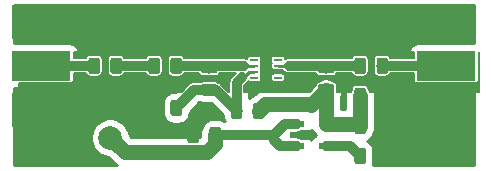
<source format=gtl>
G04 #@! TF.GenerationSoftware,KiCad,Pcbnew,5.0.2-bee76a0~70~ubuntu16.04.1*
G04 #@! TF.CreationDate,2019-03-07T18:54:15-05:00*
G04 #@! TF.ProjectId,lna,6c6e612e-6b69-4636-9164-5f7063625858,rev?*
G04 #@! TF.SameCoordinates,Original*
G04 #@! TF.FileFunction,Copper,L1,Top*
G04 #@! TF.FilePolarity,Positive*
%FSLAX46Y46*%
G04 Gerber Fmt 4.6, Leading zero omitted, Abs format (unit mm)*
G04 Created by KiCad (PCBNEW 5.0.2-bee76a0~70~ubuntu16.04.1) date Thu 07 Mar 2019 06:54:15 PM EST*
%MOMM*%
%LPD*%
G01*
G04 APERTURE LIST*
G04 #@! TA.AperFunction,Conductor*
%ADD10C,0.100000*%
G04 #@! TD*
G04 #@! TA.AperFunction,SMDPad,CuDef*
%ADD11C,0.975000*%
G04 #@! TD*
G04 #@! TA.AperFunction,SMDPad,CuDef*
%ADD12R,5.000000X2.500000*%
G04 #@! TD*
G04 #@! TA.AperFunction,SMDPad,CuDef*
%ADD13R,5.000000X3.000000*%
G04 #@! TD*
G04 #@! TA.AperFunction,ComponentPad*
%ADD14C,1.998980*%
G04 #@! TD*
G04 #@! TA.AperFunction,SMDPad,CuDef*
%ADD15R,0.900000X1.700000*%
G04 #@! TD*
G04 #@! TA.AperFunction,SMDPad,CuDef*
%ADD16R,0.710000X0.260000*%
G04 #@! TD*
G04 #@! TA.AperFunction,SMDPad,CuDef*
%ADD17R,1.270000X0.558800*%
G04 #@! TD*
G04 #@! TA.AperFunction,ViaPad*
%ADD18C,0.685800*%
G04 #@! TD*
G04 #@! TA.AperFunction,Conductor*
%ADD19C,0.812800*%
G04 #@! TD*
G04 #@! TA.AperFunction,Conductor*
%ADD20C,0.254000*%
G04 #@! TD*
G04 #@! TA.AperFunction,Conductor*
%ADD21C,1.270000*%
G04 #@! TD*
G04 #@! TA.AperFunction,Conductor*
%ADD22C,0.152400*%
G04 #@! TD*
G04 APERTURE END LIST*
D10*
G04 #@! TO.N,Net-(C1-Pad2)*
G04 #@! TO.C,C1*
G36*
X78402642Y-73977174D02*
X78426303Y-73980684D01*
X78449507Y-73986496D01*
X78472029Y-73994554D01*
X78493653Y-74004782D01*
X78514170Y-74017079D01*
X78533383Y-74031329D01*
X78551107Y-74047393D01*
X78567171Y-74065117D01*
X78581421Y-74084330D01*
X78593718Y-74104847D01*
X78603946Y-74126471D01*
X78612004Y-74148993D01*
X78617816Y-74172197D01*
X78621326Y-74195858D01*
X78622500Y-74219750D01*
X78622500Y-75132250D01*
X78621326Y-75156142D01*
X78617816Y-75179803D01*
X78612004Y-75203007D01*
X78603946Y-75225529D01*
X78593718Y-75247153D01*
X78581421Y-75267670D01*
X78567171Y-75286883D01*
X78551107Y-75304607D01*
X78533383Y-75320671D01*
X78514170Y-75334921D01*
X78493653Y-75347218D01*
X78472029Y-75357446D01*
X78449507Y-75365504D01*
X78426303Y-75371316D01*
X78402642Y-75374826D01*
X78378750Y-75376000D01*
X77891250Y-75376000D01*
X77867358Y-75374826D01*
X77843697Y-75371316D01*
X77820493Y-75365504D01*
X77797971Y-75357446D01*
X77776347Y-75347218D01*
X77755830Y-75334921D01*
X77736617Y-75320671D01*
X77718893Y-75304607D01*
X77702829Y-75286883D01*
X77688579Y-75267670D01*
X77676282Y-75247153D01*
X77666054Y-75225529D01*
X77657996Y-75203007D01*
X77652184Y-75179803D01*
X77648674Y-75156142D01*
X77647500Y-75132250D01*
X77647500Y-74219750D01*
X77648674Y-74195858D01*
X77652184Y-74172197D01*
X77657996Y-74148993D01*
X77666054Y-74126471D01*
X77676282Y-74104847D01*
X77688579Y-74084330D01*
X77702829Y-74065117D01*
X77718893Y-74047393D01*
X77736617Y-74031329D01*
X77755830Y-74017079D01*
X77776347Y-74004782D01*
X77797971Y-73994554D01*
X77820493Y-73986496D01*
X77843697Y-73980684D01*
X77867358Y-73977174D01*
X77891250Y-73976000D01*
X78378750Y-73976000D01*
X78402642Y-73977174D01*
X78402642Y-73977174D01*
G37*
D11*
G04 #@! TD*
G04 #@! TO.P,C1,2*
G04 #@! TO.N,Net-(C1-Pad2)*
X78135000Y-74676000D03*
D10*
G04 #@! TO.N,Net-(C1-Pad1)*
G04 #@! TO.C,C1*
G36*
X80277642Y-73977174D02*
X80301303Y-73980684D01*
X80324507Y-73986496D01*
X80347029Y-73994554D01*
X80368653Y-74004782D01*
X80389170Y-74017079D01*
X80408383Y-74031329D01*
X80426107Y-74047393D01*
X80442171Y-74065117D01*
X80456421Y-74084330D01*
X80468718Y-74104847D01*
X80478946Y-74126471D01*
X80487004Y-74148993D01*
X80492816Y-74172197D01*
X80496326Y-74195858D01*
X80497500Y-74219750D01*
X80497500Y-75132250D01*
X80496326Y-75156142D01*
X80492816Y-75179803D01*
X80487004Y-75203007D01*
X80478946Y-75225529D01*
X80468718Y-75247153D01*
X80456421Y-75267670D01*
X80442171Y-75286883D01*
X80426107Y-75304607D01*
X80408383Y-75320671D01*
X80389170Y-75334921D01*
X80368653Y-75347218D01*
X80347029Y-75357446D01*
X80324507Y-75365504D01*
X80301303Y-75371316D01*
X80277642Y-75374826D01*
X80253750Y-75376000D01*
X79766250Y-75376000D01*
X79742358Y-75374826D01*
X79718697Y-75371316D01*
X79695493Y-75365504D01*
X79672971Y-75357446D01*
X79651347Y-75347218D01*
X79630830Y-75334921D01*
X79611617Y-75320671D01*
X79593893Y-75304607D01*
X79577829Y-75286883D01*
X79563579Y-75267670D01*
X79551282Y-75247153D01*
X79541054Y-75225529D01*
X79532996Y-75203007D01*
X79527184Y-75179803D01*
X79523674Y-75156142D01*
X79522500Y-75132250D01*
X79522500Y-74219750D01*
X79523674Y-74195858D01*
X79527184Y-74172197D01*
X79532996Y-74148993D01*
X79541054Y-74126471D01*
X79551282Y-74104847D01*
X79563579Y-74084330D01*
X79577829Y-74065117D01*
X79593893Y-74047393D01*
X79611617Y-74031329D01*
X79630830Y-74017079D01*
X79651347Y-74004782D01*
X79672971Y-73994554D01*
X79695493Y-73986496D01*
X79718697Y-73980684D01*
X79742358Y-73977174D01*
X79766250Y-73976000D01*
X80253750Y-73976000D01*
X80277642Y-73977174D01*
X80277642Y-73977174D01*
G37*
D11*
G04 #@! TD*
G04 #@! TO.P,C1,1*
G04 #@! TO.N,Net-(C1-Pad1)*
X80010000Y-74676000D03*
D10*
G04 #@! TO.N,Net-(C2-Pad2)*
G04 #@! TO.C,C2*
G36*
X85357642Y-77533174D02*
X85381303Y-77536684D01*
X85404507Y-77542496D01*
X85427029Y-77550554D01*
X85448653Y-77560782D01*
X85469170Y-77573079D01*
X85488383Y-77587329D01*
X85506107Y-77603393D01*
X85522171Y-77621117D01*
X85536421Y-77640330D01*
X85548718Y-77660847D01*
X85558946Y-77682471D01*
X85567004Y-77704993D01*
X85572816Y-77728197D01*
X85576326Y-77751858D01*
X85577500Y-77775750D01*
X85577500Y-78688250D01*
X85576326Y-78712142D01*
X85572816Y-78735803D01*
X85567004Y-78759007D01*
X85558946Y-78781529D01*
X85548718Y-78803153D01*
X85536421Y-78823670D01*
X85522171Y-78842883D01*
X85506107Y-78860607D01*
X85488383Y-78876671D01*
X85469170Y-78890921D01*
X85448653Y-78903218D01*
X85427029Y-78913446D01*
X85404507Y-78921504D01*
X85381303Y-78927316D01*
X85357642Y-78930826D01*
X85333750Y-78932000D01*
X84846250Y-78932000D01*
X84822358Y-78930826D01*
X84798697Y-78927316D01*
X84775493Y-78921504D01*
X84752971Y-78913446D01*
X84731347Y-78903218D01*
X84710830Y-78890921D01*
X84691617Y-78876671D01*
X84673893Y-78860607D01*
X84657829Y-78842883D01*
X84643579Y-78823670D01*
X84631282Y-78803153D01*
X84621054Y-78781529D01*
X84612996Y-78759007D01*
X84607184Y-78735803D01*
X84603674Y-78712142D01*
X84602500Y-78688250D01*
X84602500Y-77775750D01*
X84603674Y-77751858D01*
X84607184Y-77728197D01*
X84612996Y-77704993D01*
X84621054Y-77682471D01*
X84631282Y-77660847D01*
X84643579Y-77640330D01*
X84657829Y-77621117D01*
X84673893Y-77603393D01*
X84691617Y-77587329D01*
X84710830Y-77573079D01*
X84731347Y-77560782D01*
X84752971Y-77550554D01*
X84775493Y-77542496D01*
X84798697Y-77536684D01*
X84822358Y-77533174D01*
X84846250Y-77532000D01*
X85333750Y-77532000D01*
X85357642Y-77533174D01*
X85357642Y-77533174D01*
G37*
D11*
G04 #@! TD*
G04 #@! TO.P,C2,2*
G04 #@! TO.N,Net-(C2-Pad2)*
X85090000Y-78232000D03*
D10*
G04 #@! TO.N,GND*
G04 #@! TO.C,C2*
G36*
X83482642Y-77533174D02*
X83506303Y-77536684D01*
X83529507Y-77542496D01*
X83552029Y-77550554D01*
X83573653Y-77560782D01*
X83594170Y-77573079D01*
X83613383Y-77587329D01*
X83631107Y-77603393D01*
X83647171Y-77621117D01*
X83661421Y-77640330D01*
X83673718Y-77660847D01*
X83683946Y-77682471D01*
X83692004Y-77704993D01*
X83697816Y-77728197D01*
X83701326Y-77751858D01*
X83702500Y-77775750D01*
X83702500Y-78688250D01*
X83701326Y-78712142D01*
X83697816Y-78735803D01*
X83692004Y-78759007D01*
X83683946Y-78781529D01*
X83673718Y-78803153D01*
X83661421Y-78823670D01*
X83647171Y-78842883D01*
X83631107Y-78860607D01*
X83613383Y-78876671D01*
X83594170Y-78890921D01*
X83573653Y-78903218D01*
X83552029Y-78913446D01*
X83529507Y-78921504D01*
X83506303Y-78927316D01*
X83482642Y-78930826D01*
X83458750Y-78932000D01*
X82971250Y-78932000D01*
X82947358Y-78930826D01*
X82923697Y-78927316D01*
X82900493Y-78921504D01*
X82877971Y-78913446D01*
X82856347Y-78903218D01*
X82835830Y-78890921D01*
X82816617Y-78876671D01*
X82798893Y-78860607D01*
X82782829Y-78842883D01*
X82768579Y-78823670D01*
X82756282Y-78803153D01*
X82746054Y-78781529D01*
X82737996Y-78759007D01*
X82732184Y-78735803D01*
X82728674Y-78712142D01*
X82727500Y-78688250D01*
X82727500Y-77775750D01*
X82728674Y-77751858D01*
X82732184Y-77728197D01*
X82737996Y-77704993D01*
X82746054Y-77682471D01*
X82756282Y-77660847D01*
X82768579Y-77640330D01*
X82782829Y-77621117D01*
X82798893Y-77603393D01*
X82816617Y-77587329D01*
X82835830Y-77573079D01*
X82856347Y-77560782D01*
X82877971Y-77550554D01*
X82900493Y-77542496D01*
X82923697Y-77536684D01*
X82947358Y-77533174D01*
X82971250Y-77532000D01*
X83458750Y-77532000D01*
X83482642Y-77533174D01*
X83482642Y-77533174D01*
G37*
D11*
G04 #@! TD*
G04 #@! TO.P,C2,1*
G04 #@! TO.N,GND*
X83215000Y-78232000D03*
D10*
G04 #@! TO.N,+3V3*
G04 #@! TO.C,C3*
G36*
X100930142Y-76517174D02*
X100953803Y-76520684D01*
X100977007Y-76526496D01*
X100999529Y-76534554D01*
X101021153Y-76544782D01*
X101041670Y-76557079D01*
X101060883Y-76571329D01*
X101078607Y-76587393D01*
X101094671Y-76605117D01*
X101108921Y-76624330D01*
X101121218Y-76644847D01*
X101131446Y-76666471D01*
X101139504Y-76688993D01*
X101145316Y-76712197D01*
X101148826Y-76735858D01*
X101150000Y-76759750D01*
X101150000Y-77672250D01*
X101148826Y-77696142D01*
X101145316Y-77719803D01*
X101139504Y-77743007D01*
X101131446Y-77765529D01*
X101121218Y-77787153D01*
X101108921Y-77807670D01*
X101094671Y-77826883D01*
X101078607Y-77844607D01*
X101060883Y-77860671D01*
X101041670Y-77874921D01*
X101021153Y-77887218D01*
X100999529Y-77897446D01*
X100977007Y-77905504D01*
X100953803Y-77911316D01*
X100930142Y-77914826D01*
X100906250Y-77916000D01*
X100418750Y-77916000D01*
X100394858Y-77914826D01*
X100371197Y-77911316D01*
X100347993Y-77905504D01*
X100325471Y-77897446D01*
X100303847Y-77887218D01*
X100283330Y-77874921D01*
X100264117Y-77860671D01*
X100246393Y-77844607D01*
X100230329Y-77826883D01*
X100216079Y-77807670D01*
X100203782Y-77787153D01*
X100193554Y-77765529D01*
X100185496Y-77743007D01*
X100179684Y-77719803D01*
X100176174Y-77696142D01*
X100175000Y-77672250D01*
X100175000Y-76759750D01*
X100176174Y-76735858D01*
X100179684Y-76712197D01*
X100185496Y-76688993D01*
X100193554Y-76666471D01*
X100203782Y-76644847D01*
X100216079Y-76624330D01*
X100230329Y-76605117D01*
X100246393Y-76587393D01*
X100264117Y-76571329D01*
X100283330Y-76557079D01*
X100303847Y-76544782D01*
X100325471Y-76534554D01*
X100347993Y-76526496D01*
X100371197Y-76520684D01*
X100394858Y-76517174D01*
X100418750Y-76516000D01*
X100906250Y-76516000D01*
X100930142Y-76517174D01*
X100930142Y-76517174D01*
G37*
D11*
G04 #@! TD*
G04 #@! TO.P,C3,2*
G04 #@! TO.N,+3V3*
X100662500Y-77216000D03*
D10*
G04 #@! TO.N,GND*
G04 #@! TO.C,C3*
G36*
X102805142Y-76517174D02*
X102828803Y-76520684D01*
X102852007Y-76526496D01*
X102874529Y-76534554D01*
X102896153Y-76544782D01*
X102916670Y-76557079D01*
X102935883Y-76571329D01*
X102953607Y-76587393D01*
X102969671Y-76605117D01*
X102983921Y-76624330D01*
X102996218Y-76644847D01*
X103006446Y-76666471D01*
X103014504Y-76688993D01*
X103020316Y-76712197D01*
X103023826Y-76735858D01*
X103025000Y-76759750D01*
X103025000Y-77672250D01*
X103023826Y-77696142D01*
X103020316Y-77719803D01*
X103014504Y-77743007D01*
X103006446Y-77765529D01*
X102996218Y-77787153D01*
X102983921Y-77807670D01*
X102969671Y-77826883D01*
X102953607Y-77844607D01*
X102935883Y-77860671D01*
X102916670Y-77874921D01*
X102896153Y-77887218D01*
X102874529Y-77897446D01*
X102852007Y-77905504D01*
X102828803Y-77911316D01*
X102805142Y-77914826D01*
X102781250Y-77916000D01*
X102293750Y-77916000D01*
X102269858Y-77914826D01*
X102246197Y-77911316D01*
X102222993Y-77905504D01*
X102200471Y-77897446D01*
X102178847Y-77887218D01*
X102158330Y-77874921D01*
X102139117Y-77860671D01*
X102121393Y-77844607D01*
X102105329Y-77826883D01*
X102091079Y-77807670D01*
X102078782Y-77787153D01*
X102068554Y-77765529D01*
X102060496Y-77743007D01*
X102054684Y-77719803D01*
X102051174Y-77696142D01*
X102050000Y-77672250D01*
X102050000Y-76759750D01*
X102051174Y-76735858D01*
X102054684Y-76712197D01*
X102060496Y-76688993D01*
X102068554Y-76666471D01*
X102078782Y-76644847D01*
X102091079Y-76624330D01*
X102105329Y-76605117D01*
X102121393Y-76587393D01*
X102139117Y-76571329D01*
X102158330Y-76557079D01*
X102178847Y-76544782D01*
X102200471Y-76534554D01*
X102222993Y-76526496D01*
X102246197Y-76520684D01*
X102269858Y-76517174D01*
X102293750Y-76516000D01*
X102781250Y-76516000D01*
X102805142Y-76517174D01*
X102805142Y-76517174D01*
G37*
D11*
G04 #@! TD*
G04 #@! TO.P,C3,1*
G04 #@! TO.N,GND*
X102537500Y-77216000D03*
D10*
G04 #@! TO.N,Net-(C4-Pad2)*
G04 #@! TO.C,C4*
G36*
X100930142Y-73977174D02*
X100953803Y-73980684D01*
X100977007Y-73986496D01*
X100999529Y-73994554D01*
X101021153Y-74004782D01*
X101041670Y-74017079D01*
X101060883Y-74031329D01*
X101078607Y-74047393D01*
X101094671Y-74065117D01*
X101108921Y-74084330D01*
X101121218Y-74104847D01*
X101131446Y-74126471D01*
X101139504Y-74148993D01*
X101145316Y-74172197D01*
X101148826Y-74195858D01*
X101150000Y-74219750D01*
X101150000Y-75132250D01*
X101148826Y-75156142D01*
X101145316Y-75179803D01*
X101139504Y-75203007D01*
X101131446Y-75225529D01*
X101121218Y-75247153D01*
X101108921Y-75267670D01*
X101094671Y-75286883D01*
X101078607Y-75304607D01*
X101060883Y-75320671D01*
X101041670Y-75334921D01*
X101021153Y-75347218D01*
X100999529Y-75357446D01*
X100977007Y-75365504D01*
X100953803Y-75371316D01*
X100930142Y-75374826D01*
X100906250Y-75376000D01*
X100418750Y-75376000D01*
X100394858Y-75374826D01*
X100371197Y-75371316D01*
X100347993Y-75365504D01*
X100325471Y-75357446D01*
X100303847Y-75347218D01*
X100283330Y-75334921D01*
X100264117Y-75320671D01*
X100246393Y-75304607D01*
X100230329Y-75286883D01*
X100216079Y-75267670D01*
X100203782Y-75247153D01*
X100193554Y-75225529D01*
X100185496Y-75203007D01*
X100179684Y-75179803D01*
X100176174Y-75156142D01*
X100175000Y-75132250D01*
X100175000Y-74219750D01*
X100176174Y-74195858D01*
X100179684Y-74172197D01*
X100185496Y-74148993D01*
X100193554Y-74126471D01*
X100203782Y-74104847D01*
X100216079Y-74084330D01*
X100230329Y-74065117D01*
X100246393Y-74047393D01*
X100264117Y-74031329D01*
X100283330Y-74017079D01*
X100303847Y-74004782D01*
X100325471Y-73994554D01*
X100347993Y-73986496D01*
X100371197Y-73980684D01*
X100394858Y-73977174D01*
X100418750Y-73976000D01*
X100906250Y-73976000D01*
X100930142Y-73977174D01*
X100930142Y-73977174D01*
G37*
D11*
G04 #@! TD*
G04 #@! TO.P,C4,2*
G04 #@! TO.N,Net-(C4-Pad2)*
X100662500Y-74676000D03*
D10*
G04 #@! TO.N,Net-(C4-Pad1)*
G04 #@! TO.C,C4*
G36*
X102805142Y-73977174D02*
X102828803Y-73980684D01*
X102852007Y-73986496D01*
X102874529Y-73994554D01*
X102896153Y-74004782D01*
X102916670Y-74017079D01*
X102935883Y-74031329D01*
X102953607Y-74047393D01*
X102969671Y-74065117D01*
X102983921Y-74084330D01*
X102996218Y-74104847D01*
X103006446Y-74126471D01*
X103014504Y-74148993D01*
X103020316Y-74172197D01*
X103023826Y-74195858D01*
X103025000Y-74219750D01*
X103025000Y-75132250D01*
X103023826Y-75156142D01*
X103020316Y-75179803D01*
X103014504Y-75203007D01*
X103006446Y-75225529D01*
X102996218Y-75247153D01*
X102983921Y-75267670D01*
X102969671Y-75286883D01*
X102953607Y-75304607D01*
X102935883Y-75320671D01*
X102916670Y-75334921D01*
X102896153Y-75347218D01*
X102874529Y-75357446D01*
X102852007Y-75365504D01*
X102828803Y-75371316D01*
X102805142Y-75374826D01*
X102781250Y-75376000D01*
X102293750Y-75376000D01*
X102269858Y-75374826D01*
X102246197Y-75371316D01*
X102222993Y-75365504D01*
X102200471Y-75357446D01*
X102178847Y-75347218D01*
X102158330Y-75334921D01*
X102139117Y-75320671D01*
X102121393Y-75304607D01*
X102105329Y-75286883D01*
X102091079Y-75267670D01*
X102078782Y-75247153D01*
X102068554Y-75225529D01*
X102060496Y-75203007D01*
X102054684Y-75179803D01*
X102051174Y-75156142D01*
X102050000Y-75132250D01*
X102050000Y-74219750D01*
X102051174Y-74195858D01*
X102054684Y-74172197D01*
X102060496Y-74148993D01*
X102068554Y-74126471D01*
X102078782Y-74104847D01*
X102091079Y-74084330D01*
X102105329Y-74065117D01*
X102121393Y-74047393D01*
X102139117Y-74031329D01*
X102158330Y-74017079D01*
X102178847Y-74004782D01*
X102200471Y-73994554D01*
X102222993Y-73986496D01*
X102246197Y-73980684D01*
X102269858Y-73977174D01*
X102293750Y-73976000D01*
X102781250Y-73976000D01*
X102805142Y-73977174D01*
X102805142Y-73977174D01*
G37*
D11*
G04 #@! TD*
G04 #@! TO.P,C4,1*
G04 #@! TO.N,Net-(C4-Pad1)*
X102537500Y-74676000D03*
D10*
G04 #@! TO.N,GND*
G04 #@! TO.C,C5*
G36*
X86784642Y-79819174D02*
X86808303Y-79822684D01*
X86831507Y-79828496D01*
X86854029Y-79836554D01*
X86875653Y-79846782D01*
X86896170Y-79859079D01*
X86915383Y-79873329D01*
X86933107Y-79889393D01*
X86949171Y-79907117D01*
X86963421Y-79926330D01*
X86975718Y-79946847D01*
X86985946Y-79968471D01*
X86994004Y-79990993D01*
X86999816Y-80014197D01*
X87003326Y-80037858D01*
X87004500Y-80061750D01*
X87004500Y-80974250D01*
X87003326Y-80998142D01*
X86999816Y-81021803D01*
X86994004Y-81045007D01*
X86985946Y-81067529D01*
X86975718Y-81089153D01*
X86963421Y-81109670D01*
X86949171Y-81128883D01*
X86933107Y-81146607D01*
X86915383Y-81162671D01*
X86896170Y-81176921D01*
X86875653Y-81189218D01*
X86854029Y-81199446D01*
X86831507Y-81207504D01*
X86808303Y-81213316D01*
X86784642Y-81216826D01*
X86760750Y-81218000D01*
X86273250Y-81218000D01*
X86249358Y-81216826D01*
X86225697Y-81213316D01*
X86202493Y-81207504D01*
X86179971Y-81199446D01*
X86158347Y-81189218D01*
X86137830Y-81176921D01*
X86118617Y-81162671D01*
X86100893Y-81146607D01*
X86084829Y-81128883D01*
X86070579Y-81109670D01*
X86058282Y-81089153D01*
X86048054Y-81067529D01*
X86039996Y-81045007D01*
X86034184Y-81021803D01*
X86030674Y-80998142D01*
X86029500Y-80974250D01*
X86029500Y-80061750D01*
X86030674Y-80037858D01*
X86034184Y-80014197D01*
X86039996Y-79990993D01*
X86048054Y-79968471D01*
X86058282Y-79946847D01*
X86070579Y-79926330D01*
X86084829Y-79907117D01*
X86100893Y-79889393D01*
X86118617Y-79873329D01*
X86137830Y-79859079D01*
X86158347Y-79846782D01*
X86179971Y-79836554D01*
X86202493Y-79828496D01*
X86225697Y-79822684D01*
X86249358Y-79819174D01*
X86273250Y-79818000D01*
X86760750Y-79818000D01*
X86784642Y-79819174D01*
X86784642Y-79819174D01*
G37*
D11*
G04 #@! TD*
G04 #@! TO.P,C5,2*
G04 #@! TO.N,GND*
X86517000Y-80518000D03*
D10*
G04 #@! TO.N,VDD*
G04 #@! TO.C,C5*
G36*
X88659642Y-79819174D02*
X88683303Y-79822684D01*
X88706507Y-79828496D01*
X88729029Y-79836554D01*
X88750653Y-79846782D01*
X88771170Y-79859079D01*
X88790383Y-79873329D01*
X88808107Y-79889393D01*
X88824171Y-79907117D01*
X88838421Y-79926330D01*
X88850718Y-79946847D01*
X88860946Y-79968471D01*
X88869004Y-79990993D01*
X88874816Y-80014197D01*
X88878326Y-80037858D01*
X88879500Y-80061750D01*
X88879500Y-80974250D01*
X88878326Y-80998142D01*
X88874816Y-81021803D01*
X88869004Y-81045007D01*
X88860946Y-81067529D01*
X88850718Y-81089153D01*
X88838421Y-81109670D01*
X88824171Y-81128883D01*
X88808107Y-81146607D01*
X88790383Y-81162671D01*
X88771170Y-81176921D01*
X88750653Y-81189218D01*
X88729029Y-81199446D01*
X88706507Y-81207504D01*
X88683303Y-81213316D01*
X88659642Y-81216826D01*
X88635750Y-81218000D01*
X88148250Y-81218000D01*
X88124358Y-81216826D01*
X88100697Y-81213316D01*
X88077493Y-81207504D01*
X88054971Y-81199446D01*
X88033347Y-81189218D01*
X88012830Y-81176921D01*
X87993617Y-81162671D01*
X87975893Y-81146607D01*
X87959829Y-81128883D01*
X87945579Y-81109670D01*
X87933282Y-81089153D01*
X87923054Y-81067529D01*
X87914996Y-81045007D01*
X87909184Y-81021803D01*
X87905674Y-80998142D01*
X87904500Y-80974250D01*
X87904500Y-80061750D01*
X87905674Y-80037858D01*
X87909184Y-80014197D01*
X87914996Y-79990993D01*
X87923054Y-79968471D01*
X87933282Y-79946847D01*
X87945579Y-79926330D01*
X87959829Y-79907117D01*
X87975893Y-79889393D01*
X87993617Y-79873329D01*
X88012830Y-79859079D01*
X88033347Y-79846782D01*
X88054971Y-79836554D01*
X88077493Y-79828496D01*
X88100697Y-79822684D01*
X88124358Y-79819174D01*
X88148250Y-79818000D01*
X88635750Y-79818000D01*
X88659642Y-79819174D01*
X88659642Y-79819174D01*
G37*
D11*
G04 #@! TD*
G04 #@! TO.P,C5,1*
G04 #@! TO.N,VDD*
X88392000Y-80518000D03*
D10*
G04 #@! TO.N,Net-(C6-Pad2)*
G04 #@! TO.C,C6*
G36*
X100930142Y-81597174D02*
X100953803Y-81600684D01*
X100977007Y-81606496D01*
X100999529Y-81614554D01*
X101021153Y-81624782D01*
X101041670Y-81637079D01*
X101060883Y-81651329D01*
X101078607Y-81667393D01*
X101094671Y-81685117D01*
X101108921Y-81704330D01*
X101121218Y-81724847D01*
X101131446Y-81746471D01*
X101139504Y-81768993D01*
X101145316Y-81792197D01*
X101148826Y-81815858D01*
X101150000Y-81839750D01*
X101150000Y-82752250D01*
X101148826Y-82776142D01*
X101145316Y-82799803D01*
X101139504Y-82823007D01*
X101131446Y-82845529D01*
X101121218Y-82867153D01*
X101108921Y-82887670D01*
X101094671Y-82906883D01*
X101078607Y-82924607D01*
X101060883Y-82940671D01*
X101041670Y-82954921D01*
X101021153Y-82967218D01*
X100999529Y-82977446D01*
X100977007Y-82985504D01*
X100953803Y-82991316D01*
X100930142Y-82994826D01*
X100906250Y-82996000D01*
X100418750Y-82996000D01*
X100394858Y-82994826D01*
X100371197Y-82991316D01*
X100347993Y-82985504D01*
X100325471Y-82977446D01*
X100303847Y-82967218D01*
X100283330Y-82954921D01*
X100264117Y-82940671D01*
X100246393Y-82924607D01*
X100230329Y-82906883D01*
X100216079Y-82887670D01*
X100203782Y-82867153D01*
X100193554Y-82845529D01*
X100185496Y-82823007D01*
X100179684Y-82799803D01*
X100176174Y-82776142D01*
X100175000Y-82752250D01*
X100175000Y-81839750D01*
X100176174Y-81815858D01*
X100179684Y-81792197D01*
X100185496Y-81768993D01*
X100193554Y-81746471D01*
X100203782Y-81724847D01*
X100216079Y-81704330D01*
X100230329Y-81685117D01*
X100246393Y-81667393D01*
X100264117Y-81651329D01*
X100283330Y-81637079D01*
X100303847Y-81624782D01*
X100325471Y-81614554D01*
X100347993Y-81606496D01*
X100371197Y-81600684D01*
X100394858Y-81597174D01*
X100418750Y-81596000D01*
X100906250Y-81596000D01*
X100930142Y-81597174D01*
X100930142Y-81597174D01*
G37*
D11*
G04 #@! TD*
G04 #@! TO.P,C6,2*
G04 #@! TO.N,Net-(C6-Pad2)*
X100662500Y-82296000D03*
D10*
G04 #@! TO.N,GND*
G04 #@! TO.C,C6*
G36*
X102805142Y-81597174D02*
X102828803Y-81600684D01*
X102852007Y-81606496D01*
X102874529Y-81614554D01*
X102896153Y-81624782D01*
X102916670Y-81637079D01*
X102935883Y-81651329D01*
X102953607Y-81667393D01*
X102969671Y-81685117D01*
X102983921Y-81704330D01*
X102996218Y-81724847D01*
X103006446Y-81746471D01*
X103014504Y-81768993D01*
X103020316Y-81792197D01*
X103023826Y-81815858D01*
X103025000Y-81839750D01*
X103025000Y-82752250D01*
X103023826Y-82776142D01*
X103020316Y-82799803D01*
X103014504Y-82823007D01*
X103006446Y-82845529D01*
X102996218Y-82867153D01*
X102983921Y-82887670D01*
X102969671Y-82906883D01*
X102953607Y-82924607D01*
X102935883Y-82940671D01*
X102916670Y-82954921D01*
X102896153Y-82967218D01*
X102874529Y-82977446D01*
X102852007Y-82985504D01*
X102828803Y-82991316D01*
X102805142Y-82994826D01*
X102781250Y-82996000D01*
X102293750Y-82996000D01*
X102269858Y-82994826D01*
X102246197Y-82991316D01*
X102222993Y-82985504D01*
X102200471Y-82977446D01*
X102178847Y-82967218D01*
X102158330Y-82954921D01*
X102139117Y-82940671D01*
X102121393Y-82924607D01*
X102105329Y-82906883D01*
X102091079Y-82887670D01*
X102078782Y-82867153D01*
X102068554Y-82845529D01*
X102060496Y-82823007D01*
X102054684Y-82799803D01*
X102051174Y-82776142D01*
X102050000Y-82752250D01*
X102050000Y-81839750D01*
X102051174Y-81815858D01*
X102054684Y-81792197D01*
X102060496Y-81768993D01*
X102068554Y-81746471D01*
X102078782Y-81724847D01*
X102091079Y-81704330D01*
X102105329Y-81685117D01*
X102121393Y-81667393D01*
X102139117Y-81651329D01*
X102158330Y-81637079D01*
X102178847Y-81624782D01*
X102200471Y-81614554D01*
X102222993Y-81606496D01*
X102246197Y-81600684D01*
X102269858Y-81597174D01*
X102293750Y-81596000D01*
X102781250Y-81596000D01*
X102805142Y-81597174D01*
X102805142Y-81597174D01*
G37*
D11*
G04 #@! TD*
G04 #@! TO.P,C6,1*
G04 #@! TO.N,GND*
X102537500Y-82296000D03*
D10*
G04 #@! TO.N,+3V3*
G04 #@! TO.C,C7*
G36*
X100930142Y-79057174D02*
X100953803Y-79060684D01*
X100977007Y-79066496D01*
X100999529Y-79074554D01*
X101021153Y-79084782D01*
X101041670Y-79097079D01*
X101060883Y-79111329D01*
X101078607Y-79127393D01*
X101094671Y-79145117D01*
X101108921Y-79164330D01*
X101121218Y-79184847D01*
X101131446Y-79206471D01*
X101139504Y-79228993D01*
X101145316Y-79252197D01*
X101148826Y-79275858D01*
X101150000Y-79299750D01*
X101150000Y-80212250D01*
X101148826Y-80236142D01*
X101145316Y-80259803D01*
X101139504Y-80283007D01*
X101131446Y-80305529D01*
X101121218Y-80327153D01*
X101108921Y-80347670D01*
X101094671Y-80366883D01*
X101078607Y-80384607D01*
X101060883Y-80400671D01*
X101041670Y-80414921D01*
X101021153Y-80427218D01*
X100999529Y-80437446D01*
X100977007Y-80445504D01*
X100953803Y-80451316D01*
X100930142Y-80454826D01*
X100906250Y-80456000D01*
X100418750Y-80456000D01*
X100394858Y-80454826D01*
X100371197Y-80451316D01*
X100347993Y-80445504D01*
X100325471Y-80437446D01*
X100303847Y-80427218D01*
X100283330Y-80414921D01*
X100264117Y-80400671D01*
X100246393Y-80384607D01*
X100230329Y-80366883D01*
X100216079Y-80347670D01*
X100203782Y-80327153D01*
X100193554Y-80305529D01*
X100185496Y-80283007D01*
X100179684Y-80259803D01*
X100176174Y-80236142D01*
X100175000Y-80212250D01*
X100175000Y-79299750D01*
X100176174Y-79275858D01*
X100179684Y-79252197D01*
X100185496Y-79228993D01*
X100193554Y-79206471D01*
X100203782Y-79184847D01*
X100216079Y-79164330D01*
X100230329Y-79145117D01*
X100246393Y-79127393D01*
X100264117Y-79111329D01*
X100283330Y-79097079D01*
X100303847Y-79084782D01*
X100325471Y-79074554D01*
X100347993Y-79066496D01*
X100371197Y-79060684D01*
X100394858Y-79057174D01*
X100418750Y-79056000D01*
X100906250Y-79056000D01*
X100930142Y-79057174D01*
X100930142Y-79057174D01*
G37*
D11*
G04 #@! TD*
G04 #@! TO.P,C7,2*
G04 #@! TO.N,+3V3*
X100662500Y-79756000D03*
D10*
G04 #@! TO.N,GND*
G04 #@! TO.C,C7*
G36*
X102805142Y-79057174D02*
X102828803Y-79060684D01*
X102852007Y-79066496D01*
X102874529Y-79074554D01*
X102896153Y-79084782D01*
X102916670Y-79097079D01*
X102935883Y-79111329D01*
X102953607Y-79127393D01*
X102969671Y-79145117D01*
X102983921Y-79164330D01*
X102996218Y-79184847D01*
X103006446Y-79206471D01*
X103014504Y-79228993D01*
X103020316Y-79252197D01*
X103023826Y-79275858D01*
X103025000Y-79299750D01*
X103025000Y-80212250D01*
X103023826Y-80236142D01*
X103020316Y-80259803D01*
X103014504Y-80283007D01*
X103006446Y-80305529D01*
X102996218Y-80327153D01*
X102983921Y-80347670D01*
X102969671Y-80366883D01*
X102953607Y-80384607D01*
X102935883Y-80400671D01*
X102916670Y-80414921D01*
X102896153Y-80427218D01*
X102874529Y-80437446D01*
X102852007Y-80445504D01*
X102828803Y-80451316D01*
X102805142Y-80454826D01*
X102781250Y-80456000D01*
X102293750Y-80456000D01*
X102269858Y-80454826D01*
X102246197Y-80451316D01*
X102222993Y-80445504D01*
X102200471Y-80437446D01*
X102178847Y-80427218D01*
X102158330Y-80414921D01*
X102139117Y-80400671D01*
X102121393Y-80384607D01*
X102105329Y-80366883D01*
X102091079Y-80347670D01*
X102078782Y-80327153D01*
X102068554Y-80305529D01*
X102060496Y-80283007D01*
X102054684Y-80259803D01*
X102051174Y-80236142D01*
X102050000Y-80212250D01*
X102050000Y-79299750D01*
X102051174Y-79275858D01*
X102054684Y-79252197D01*
X102060496Y-79228993D01*
X102068554Y-79206471D01*
X102078782Y-79184847D01*
X102091079Y-79164330D01*
X102105329Y-79145117D01*
X102121393Y-79127393D01*
X102139117Y-79111329D01*
X102158330Y-79097079D01*
X102178847Y-79084782D01*
X102200471Y-79074554D01*
X102222993Y-79066496D01*
X102246197Y-79060684D01*
X102269858Y-79057174D01*
X102293750Y-79056000D01*
X102781250Y-79056000D01*
X102805142Y-79057174D01*
X102805142Y-79057174D01*
G37*
D11*
G04 #@! TD*
G04 #@! TO.P,C7,1*
G04 #@! TO.N,GND*
X102537500Y-79756000D03*
D12*
G04 #@! TO.P,J1,1*
G04 #@! TO.N,Net-(C1-Pad2)*
X73660000Y-74676000D03*
D13*
G04 #@! TO.P,J1,2*
G04 #@! TO.N,GND*
X73660000Y-70926000D03*
X73660000Y-78426000D03*
G04 #@! TD*
D12*
G04 #@! TO.P,J2,1*
G04 #@! TO.N,Net-(C4-Pad1)*
X107950000Y-74676000D03*
D13*
G04 #@! TO.P,J2,2*
G04 #@! TO.N,GND*
X107950000Y-70926000D03*
X107950000Y-78426000D03*
G04 #@! TD*
D14*
G04 #@! TO.P,GND,1*
G04 #@! TO.N,GND*
X79502000Y-70866000D03*
G04 #@! TD*
G04 #@! TO.P,VDD,1*
G04 #@! TO.N,VDD*
X79502000Y-80772000D03*
G04 #@! TD*
D10*
G04 #@! TO.N,Net-(C1-Pad1)*
G04 #@! TO.C,L1*
G36*
X83482642Y-73977174D02*
X83506303Y-73980684D01*
X83529507Y-73986496D01*
X83552029Y-73994554D01*
X83573653Y-74004782D01*
X83594170Y-74017079D01*
X83613383Y-74031329D01*
X83631107Y-74047393D01*
X83647171Y-74065117D01*
X83661421Y-74084330D01*
X83673718Y-74104847D01*
X83683946Y-74126471D01*
X83692004Y-74148993D01*
X83697816Y-74172197D01*
X83701326Y-74195858D01*
X83702500Y-74219750D01*
X83702500Y-75132250D01*
X83701326Y-75156142D01*
X83697816Y-75179803D01*
X83692004Y-75203007D01*
X83683946Y-75225529D01*
X83673718Y-75247153D01*
X83661421Y-75267670D01*
X83647171Y-75286883D01*
X83631107Y-75304607D01*
X83613383Y-75320671D01*
X83594170Y-75334921D01*
X83573653Y-75347218D01*
X83552029Y-75357446D01*
X83529507Y-75365504D01*
X83506303Y-75371316D01*
X83482642Y-75374826D01*
X83458750Y-75376000D01*
X82971250Y-75376000D01*
X82947358Y-75374826D01*
X82923697Y-75371316D01*
X82900493Y-75365504D01*
X82877971Y-75357446D01*
X82856347Y-75347218D01*
X82835830Y-75334921D01*
X82816617Y-75320671D01*
X82798893Y-75304607D01*
X82782829Y-75286883D01*
X82768579Y-75267670D01*
X82756282Y-75247153D01*
X82746054Y-75225529D01*
X82737996Y-75203007D01*
X82732184Y-75179803D01*
X82728674Y-75156142D01*
X82727500Y-75132250D01*
X82727500Y-74219750D01*
X82728674Y-74195858D01*
X82732184Y-74172197D01*
X82737996Y-74148993D01*
X82746054Y-74126471D01*
X82756282Y-74104847D01*
X82768579Y-74084330D01*
X82782829Y-74065117D01*
X82798893Y-74047393D01*
X82816617Y-74031329D01*
X82835830Y-74017079D01*
X82856347Y-74004782D01*
X82877971Y-73994554D01*
X82900493Y-73986496D01*
X82923697Y-73980684D01*
X82947358Y-73977174D01*
X82971250Y-73976000D01*
X83458750Y-73976000D01*
X83482642Y-73977174D01*
X83482642Y-73977174D01*
G37*
D11*
G04 #@! TD*
G04 #@! TO.P,L1,2*
G04 #@! TO.N,Net-(C1-Pad1)*
X83215000Y-74676000D03*
D10*
G04 #@! TO.N,Net-(L1-Pad1)*
G04 #@! TO.C,L1*
G36*
X85357642Y-73977174D02*
X85381303Y-73980684D01*
X85404507Y-73986496D01*
X85427029Y-73994554D01*
X85448653Y-74004782D01*
X85469170Y-74017079D01*
X85488383Y-74031329D01*
X85506107Y-74047393D01*
X85522171Y-74065117D01*
X85536421Y-74084330D01*
X85548718Y-74104847D01*
X85558946Y-74126471D01*
X85567004Y-74148993D01*
X85572816Y-74172197D01*
X85576326Y-74195858D01*
X85577500Y-74219750D01*
X85577500Y-75132250D01*
X85576326Y-75156142D01*
X85572816Y-75179803D01*
X85567004Y-75203007D01*
X85558946Y-75225529D01*
X85548718Y-75247153D01*
X85536421Y-75267670D01*
X85522171Y-75286883D01*
X85506107Y-75304607D01*
X85488383Y-75320671D01*
X85469170Y-75334921D01*
X85448653Y-75347218D01*
X85427029Y-75357446D01*
X85404507Y-75365504D01*
X85381303Y-75371316D01*
X85357642Y-75374826D01*
X85333750Y-75376000D01*
X84846250Y-75376000D01*
X84822358Y-75374826D01*
X84798697Y-75371316D01*
X84775493Y-75365504D01*
X84752971Y-75357446D01*
X84731347Y-75347218D01*
X84710830Y-75334921D01*
X84691617Y-75320671D01*
X84673893Y-75304607D01*
X84657829Y-75286883D01*
X84643579Y-75267670D01*
X84631282Y-75247153D01*
X84621054Y-75225529D01*
X84612996Y-75203007D01*
X84607184Y-75179803D01*
X84603674Y-75156142D01*
X84602500Y-75132250D01*
X84602500Y-74219750D01*
X84603674Y-74195858D01*
X84607184Y-74172197D01*
X84612996Y-74148993D01*
X84621054Y-74126471D01*
X84631282Y-74104847D01*
X84643579Y-74084330D01*
X84657829Y-74065117D01*
X84673893Y-74047393D01*
X84691617Y-74031329D01*
X84710830Y-74017079D01*
X84731347Y-74004782D01*
X84752971Y-73994554D01*
X84775493Y-73986496D01*
X84798697Y-73980684D01*
X84822358Y-73977174D01*
X84846250Y-73976000D01*
X85333750Y-73976000D01*
X85357642Y-73977174D01*
X85357642Y-73977174D01*
G37*
D11*
G04 #@! TD*
G04 #@! TO.P,L1,1*
G04 #@! TO.N,Net-(L1-Pad1)*
X85090000Y-74676000D03*
D10*
G04 #@! TO.N,Net-(C2-Pad2)*
G04 #@! TO.C,L2*
G36*
X88364142Y-76221674D02*
X88387803Y-76225184D01*
X88411007Y-76230996D01*
X88433529Y-76239054D01*
X88455153Y-76249282D01*
X88475670Y-76261579D01*
X88494883Y-76275829D01*
X88512607Y-76291893D01*
X88528671Y-76309617D01*
X88542921Y-76328830D01*
X88555218Y-76349347D01*
X88565446Y-76370971D01*
X88573504Y-76393493D01*
X88579316Y-76416697D01*
X88582826Y-76440358D01*
X88584000Y-76464250D01*
X88584000Y-76951750D01*
X88582826Y-76975642D01*
X88579316Y-76999303D01*
X88573504Y-77022507D01*
X88565446Y-77045029D01*
X88555218Y-77066653D01*
X88542921Y-77087170D01*
X88528671Y-77106383D01*
X88512607Y-77124107D01*
X88494883Y-77140171D01*
X88475670Y-77154421D01*
X88455153Y-77166718D01*
X88433529Y-77176946D01*
X88411007Y-77185004D01*
X88387803Y-77190816D01*
X88364142Y-77194326D01*
X88340250Y-77195500D01*
X87427750Y-77195500D01*
X87403858Y-77194326D01*
X87380197Y-77190816D01*
X87356993Y-77185004D01*
X87334471Y-77176946D01*
X87312847Y-77166718D01*
X87292330Y-77154421D01*
X87273117Y-77140171D01*
X87255393Y-77124107D01*
X87239329Y-77106383D01*
X87225079Y-77087170D01*
X87212782Y-77066653D01*
X87202554Y-77045029D01*
X87194496Y-77022507D01*
X87188684Y-76999303D01*
X87185174Y-76975642D01*
X87184000Y-76951750D01*
X87184000Y-76464250D01*
X87185174Y-76440358D01*
X87188684Y-76416697D01*
X87194496Y-76393493D01*
X87202554Y-76370971D01*
X87212782Y-76349347D01*
X87225079Y-76328830D01*
X87239329Y-76309617D01*
X87255393Y-76291893D01*
X87273117Y-76275829D01*
X87292330Y-76261579D01*
X87312847Y-76249282D01*
X87334471Y-76239054D01*
X87356993Y-76230996D01*
X87380197Y-76225184D01*
X87403858Y-76221674D01*
X87427750Y-76220500D01*
X88340250Y-76220500D01*
X88364142Y-76221674D01*
X88364142Y-76221674D01*
G37*
D11*
G04 #@! TD*
G04 #@! TO.P,L2,2*
G04 #@! TO.N,Net-(C2-Pad2)*
X87884000Y-76708000D03*
D10*
G04 #@! TO.N,Net-(L1-Pad1)*
G04 #@! TO.C,L2*
G36*
X88364142Y-74346674D02*
X88387803Y-74350184D01*
X88411007Y-74355996D01*
X88433529Y-74364054D01*
X88455153Y-74374282D01*
X88475670Y-74386579D01*
X88494883Y-74400829D01*
X88512607Y-74416893D01*
X88528671Y-74434617D01*
X88542921Y-74453830D01*
X88555218Y-74474347D01*
X88565446Y-74495971D01*
X88573504Y-74518493D01*
X88579316Y-74541697D01*
X88582826Y-74565358D01*
X88584000Y-74589250D01*
X88584000Y-75076750D01*
X88582826Y-75100642D01*
X88579316Y-75124303D01*
X88573504Y-75147507D01*
X88565446Y-75170029D01*
X88555218Y-75191653D01*
X88542921Y-75212170D01*
X88528671Y-75231383D01*
X88512607Y-75249107D01*
X88494883Y-75265171D01*
X88475670Y-75279421D01*
X88455153Y-75291718D01*
X88433529Y-75301946D01*
X88411007Y-75310004D01*
X88387803Y-75315816D01*
X88364142Y-75319326D01*
X88340250Y-75320500D01*
X87427750Y-75320500D01*
X87403858Y-75319326D01*
X87380197Y-75315816D01*
X87356993Y-75310004D01*
X87334471Y-75301946D01*
X87312847Y-75291718D01*
X87292330Y-75279421D01*
X87273117Y-75265171D01*
X87255393Y-75249107D01*
X87239329Y-75231383D01*
X87225079Y-75212170D01*
X87212782Y-75191653D01*
X87202554Y-75170029D01*
X87194496Y-75147507D01*
X87188684Y-75124303D01*
X87185174Y-75100642D01*
X87184000Y-75076750D01*
X87184000Y-74589250D01*
X87185174Y-74565358D01*
X87188684Y-74541697D01*
X87194496Y-74518493D01*
X87202554Y-74495971D01*
X87212782Y-74474347D01*
X87225079Y-74453830D01*
X87239329Y-74434617D01*
X87255393Y-74416893D01*
X87273117Y-74400829D01*
X87292330Y-74386579D01*
X87312847Y-74374282D01*
X87334471Y-74364054D01*
X87356993Y-74355996D01*
X87380197Y-74350184D01*
X87403858Y-74346674D01*
X87427750Y-74345500D01*
X88340250Y-74345500D01*
X88364142Y-74346674D01*
X88364142Y-74346674D01*
G37*
D11*
G04 #@! TD*
G04 #@! TO.P,L2,1*
G04 #@! TO.N,Net-(L1-Pad1)*
X87884000Y-74833000D03*
D10*
G04 #@! TO.N,Net-(C4-Pad2)*
G04 #@! TO.C,L3*
G36*
X98270142Y-74346674D02*
X98293803Y-74350184D01*
X98317007Y-74355996D01*
X98339529Y-74364054D01*
X98361153Y-74374282D01*
X98381670Y-74386579D01*
X98400883Y-74400829D01*
X98418607Y-74416893D01*
X98434671Y-74434617D01*
X98448921Y-74453830D01*
X98461218Y-74474347D01*
X98471446Y-74495971D01*
X98479504Y-74518493D01*
X98485316Y-74541697D01*
X98488826Y-74565358D01*
X98490000Y-74589250D01*
X98490000Y-75076750D01*
X98488826Y-75100642D01*
X98485316Y-75124303D01*
X98479504Y-75147507D01*
X98471446Y-75170029D01*
X98461218Y-75191653D01*
X98448921Y-75212170D01*
X98434671Y-75231383D01*
X98418607Y-75249107D01*
X98400883Y-75265171D01*
X98381670Y-75279421D01*
X98361153Y-75291718D01*
X98339529Y-75301946D01*
X98317007Y-75310004D01*
X98293803Y-75315816D01*
X98270142Y-75319326D01*
X98246250Y-75320500D01*
X97333750Y-75320500D01*
X97309858Y-75319326D01*
X97286197Y-75315816D01*
X97262993Y-75310004D01*
X97240471Y-75301946D01*
X97218847Y-75291718D01*
X97198330Y-75279421D01*
X97179117Y-75265171D01*
X97161393Y-75249107D01*
X97145329Y-75231383D01*
X97131079Y-75212170D01*
X97118782Y-75191653D01*
X97108554Y-75170029D01*
X97100496Y-75147507D01*
X97094684Y-75124303D01*
X97091174Y-75100642D01*
X97090000Y-75076750D01*
X97090000Y-74589250D01*
X97091174Y-74565358D01*
X97094684Y-74541697D01*
X97100496Y-74518493D01*
X97108554Y-74495971D01*
X97118782Y-74474347D01*
X97131079Y-74453830D01*
X97145329Y-74434617D01*
X97161393Y-74416893D01*
X97179117Y-74400829D01*
X97198330Y-74386579D01*
X97218847Y-74374282D01*
X97240471Y-74364054D01*
X97262993Y-74355996D01*
X97286197Y-74350184D01*
X97309858Y-74346674D01*
X97333750Y-74345500D01*
X98246250Y-74345500D01*
X98270142Y-74346674D01*
X98270142Y-74346674D01*
G37*
D11*
G04 #@! TD*
G04 #@! TO.P,L3,2*
G04 #@! TO.N,Net-(C4-Pad2)*
X97790000Y-74833000D03*
D10*
G04 #@! TO.N,+3V3*
G04 #@! TO.C,L3*
G36*
X98270142Y-76221674D02*
X98293803Y-76225184D01*
X98317007Y-76230996D01*
X98339529Y-76239054D01*
X98361153Y-76249282D01*
X98381670Y-76261579D01*
X98400883Y-76275829D01*
X98418607Y-76291893D01*
X98434671Y-76309617D01*
X98448921Y-76328830D01*
X98461218Y-76349347D01*
X98471446Y-76370971D01*
X98479504Y-76393493D01*
X98485316Y-76416697D01*
X98488826Y-76440358D01*
X98490000Y-76464250D01*
X98490000Y-76951750D01*
X98488826Y-76975642D01*
X98485316Y-76999303D01*
X98479504Y-77022507D01*
X98471446Y-77045029D01*
X98461218Y-77066653D01*
X98448921Y-77087170D01*
X98434671Y-77106383D01*
X98418607Y-77124107D01*
X98400883Y-77140171D01*
X98381670Y-77154421D01*
X98361153Y-77166718D01*
X98339529Y-77176946D01*
X98317007Y-77185004D01*
X98293803Y-77190816D01*
X98270142Y-77194326D01*
X98246250Y-77195500D01*
X97333750Y-77195500D01*
X97309858Y-77194326D01*
X97286197Y-77190816D01*
X97262993Y-77185004D01*
X97240471Y-77176946D01*
X97218847Y-77166718D01*
X97198330Y-77154421D01*
X97179117Y-77140171D01*
X97161393Y-77124107D01*
X97145329Y-77106383D01*
X97131079Y-77087170D01*
X97118782Y-77066653D01*
X97108554Y-77045029D01*
X97100496Y-77022507D01*
X97094684Y-76999303D01*
X97091174Y-76975642D01*
X97090000Y-76951750D01*
X97090000Y-76464250D01*
X97091174Y-76440358D01*
X97094684Y-76416697D01*
X97100496Y-76393493D01*
X97108554Y-76370971D01*
X97118782Y-76349347D01*
X97131079Y-76328830D01*
X97145329Y-76309617D01*
X97161393Y-76291893D01*
X97179117Y-76275829D01*
X97198330Y-76261579D01*
X97218847Y-76249282D01*
X97240471Y-76239054D01*
X97262993Y-76230996D01*
X97286197Y-76225184D01*
X97309858Y-76221674D01*
X97333750Y-76220500D01*
X98246250Y-76220500D01*
X98270142Y-76221674D01*
X98270142Y-76221674D01*
G37*
D11*
G04 #@! TD*
G04 #@! TO.P,L3,1*
G04 #@! TO.N,+3V3*
X97790000Y-76708000D03*
D10*
G04 #@! TO.N,+3V3*
G04 #@! TO.C,R1*
G36*
X92342642Y-77787174D02*
X92366303Y-77790684D01*
X92389507Y-77796496D01*
X92412029Y-77804554D01*
X92433653Y-77814782D01*
X92454170Y-77827079D01*
X92473383Y-77841329D01*
X92491107Y-77857393D01*
X92507171Y-77875117D01*
X92521421Y-77894330D01*
X92533718Y-77914847D01*
X92543946Y-77936471D01*
X92552004Y-77958993D01*
X92557816Y-77982197D01*
X92561326Y-78005858D01*
X92562500Y-78029750D01*
X92562500Y-78942250D01*
X92561326Y-78966142D01*
X92557816Y-78989803D01*
X92552004Y-79013007D01*
X92543946Y-79035529D01*
X92533718Y-79057153D01*
X92521421Y-79077670D01*
X92507171Y-79096883D01*
X92491107Y-79114607D01*
X92473383Y-79130671D01*
X92454170Y-79144921D01*
X92433653Y-79157218D01*
X92412029Y-79167446D01*
X92389507Y-79175504D01*
X92366303Y-79181316D01*
X92342642Y-79184826D01*
X92318750Y-79186000D01*
X91831250Y-79186000D01*
X91807358Y-79184826D01*
X91783697Y-79181316D01*
X91760493Y-79175504D01*
X91737971Y-79167446D01*
X91716347Y-79157218D01*
X91695830Y-79144921D01*
X91676617Y-79130671D01*
X91658893Y-79114607D01*
X91642829Y-79096883D01*
X91628579Y-79077670D01*
X91616282Y-79057153D01*
X91606054Y-79035529D01*
X91597996Y-79013007D01*
X91592184Y-78989803D01*
X91588674Y-78966142D01*
X91587500Y-78942250D01*
X91587500Y-78029750D01*
X91588674Y-78005858D01*
X91592184Y-77982197D01*
X91597996Y-77958993D01*
X91606054Y-77936471D01*
X91616282Y-77914847D01*
X91628579Y-77894330D01*
X91642829Y-77875117D01*
X91658893Y-77857393D01*
X91676617Y-77841329D01*
X91695830Y-77827079D01*
X91716347Y-77814782D01*
X91737971Y-77804554D01*
X91760493Y-77796496D01*
X91783697Y-77790684D01*
X91807358Y-77787174D01*
X91831250Y-77786000D01*
X92318750Y-77786000D01*
X92342642Y-77787174D01*
X92342642Y-77787174D01*
G37*
D11*
G04 #@! TD*
G04 #@! TO.P,R1,2*
G04 #@! TO.N,+3V3*
X92075000Y-78486000D03*
D10*
G04 #@! TO.N,Net-(C2-Pad2)*
G04 #@! TO.C,R1*
G36*
X90467642Y-77787174D02*
X90491303Y-77790684D01*
X90514507Y-77796496D01*
X90537029Y-77804554D01*
X90558653Y-77814782D01*
X90579170Y-77827079D01*
X90598383Y-77841329D01*
X90616107Y-77857393D01*
X90632171Y-77875117D01*
X90646421Y-77894330D01*
X90658718Y-77914847D01*
X90668946Y-77936471D01*
X90677004Y-77958993D01*
X90682816Y-77982197D01*
X90686326Y-78005858D01*
X90687500Y-78029750D01*
X90687500Y-78942250D01*
X90686326Y-78966142D01*
X90682816Y-78989803D01*
X90677004Y-79013007D01*
X90668946Y-79035529D01*
X90658718Y-79057153D01*
X90646421Y-79077670D01*
X90632171Y-79096883D01*
X90616107Y-79114607D01*
X90598383Y-79130671D01*
X90579170Y-79144921D01*
X90558653Y-79157218D01*
X90537029Y-79167446D01*
X90514507Y-79175504D01*
X90491303Y-79181316D01*
X90467642Y-79184826D01*
X90443750Y-79186000D01*
X89956250Y-79186000D01*
X89932358Y-79184826D01*
X89908697Y-79181316D01*
X89885493Y-79175504D01*
X89862971Y-79167446D01*
X89841347Y-79157218D01*
X89820830Y-79144921D01*
X89801617Y-79130671D01*
X89783893Y-79114607D01*
X89767829Y-79096883D01*
X89753579Y-79077670D01*
X89741282Y-79057153D01*
X89731054Y-79035529D01*
X89722996Y-79013007D01*
X89717184Y-78989803D01*
X89713674Y-78966142D01*
X89712500Y-78942250D01*
X89712500Y-78029750D01*
X89713674Y-78005858D01*
X89717184Y-77982197D01*
X89722996Y-77958993D01*
X89731054Y-77936471D01*
X89741282Y-77914847D01*
X89753579Y-77894330D01*
X89767829Y-77875117D01*
X89783893Y-77857393D01*
X89801617Y-77841329D01*
X89820830Y-77827079D01*
X89841347Y-77814782D01*
X89862971Y-77804554D01*
X89885493Y-77796496D01*
X89908697Y-77790684D01*
X89932358Y-77787174D01*
X89956250Y-77786000D01*
X90443750Y-77786000D01*
X90467642Y-77787174D01*
X90467642Y-77787174D01*
G37*
D11*
G04 #@! TD*
G04 #@! TO.P,R1,1*
G04 #@! TO.N,Net-(C2-Pad2)*
X90200000Y-78486000D03*
D15*
G04 #@! TO.P,U1,9*
G04 #@! TO.N,GND*
X92710000Y-74930000D03*
D16*
G04 #@! TO.P,U1,8*
G04 #@! TO.N,Net-(U1-Pad8)*
X93715000Y-74180000D03*
G04 #@! TO.P,U1,7*
G04 #@! TO.N,Net-(C4-Pad2)*
X93715000Y-74680000D03*
G04 #@! TO.P,U1,6*
G04 #@! TO.N,GND*
X93715000Y-75180000D03*
G04 #@! TO.P,U1,5*
G04 #@! TO.N,Net-(U1-Pad5)*
X93715000Y-75680000D03*
G04 #@! TO.P,U1,4*
G04 #@! TO.N,Net-(U1-Pad4)*
X91705000Y-75680000D03*
G04 #@! TO.P,U1,3*
G04 #@! TO.N,Net-(C2-Pad2)*
X91705000Y-75180000D03*
G04 #@! TO.P,U1,2*
G04 #@! TO.N,Net-(L1-Pad1)*
X91705000Y-74680000D03*
G04 #@! TO.P,U1,1*
G04 #@! TO.N,Net-(U1-Pad1)*
X91705000Y-74180000D03*
G04 #@! TD*
D17*
G04 #@! TO.P,U2,5*
G04 #@! TO.N,+3V3*
X97739200Y-79578200D03*
G04 #@! TO.P,U2,4*
G04 #@! TO.N,Net-(C6-Pad2)*
X97739200Y-81457800D03*
G04 #@! TO.P,U2,3*
G04 #@! TO.N,VDD*
X95300800Y-81457800D03*
G04 #@! TO.P,U2,2*
G04 #@! TO.N,GND*
X95300800Y-80518000D03*
G04 #@! TO.P,U2,1*
G04 #@! TO.N,VDD*
X95300800Y-79578200D03*
G04 #@! TD*
D18*
G04 #@! TO.N,GND*
X106680000Y-78740000D03*
X73660000Y-78740000D03*
X71755000Y-79375000D03*
X71755000Y-78105000D03*
X71755000Y-72390000D03*
X73660000Y-72390000D03*
X74930000Y-72390000D03*
X71755000Y-71120000D03*
X71755000Y-69850000D03*
X73660000Y-69850000D03*
X75565000Y-69850000D03*
X106045000Y-69850000D03*
X107315000Y-69850000D03*
X108585000Y-69850000D03*
X109855000Y-69850000D03*
X109855000Y-71120000D03*
X109855000Y-72390000D03*
X109855000Y-77470000D03*
X109855000Y-78740000D03*
X102616000Y-82296000D03*
X102616000Y-79756000D03*
X102616000Y-77216000D03*
X95504000Y-80518000D03*
X94996000Y-75692000D03*
X96012000Y-75692000D03*
X94996000Y-73406000D03*
X96012000Y-73406000D03*
X97028000Y-73406000D03*
X98044000Y-73406000D03*
X99314000Y-73406000D03*
X100584000Y-73152000D03*
X101600000Y-73152000D03*
X102616000Y-73152000D03*
X103632000Y-73406000D03*
X96520000Y-80518000D03*
X104394000Y-75692000D03*
X103378000Y-75946000D03*
X102362000Y-76200000D03*
X103632000Y-77216000D03*
X103632000Y-79756000D03*
X103632000Y-82296000D03*
X104775000Y-82550000D03*
X106045000Y-82550000D03*
X107315000Y-82550000D03*
X108585000Y-82550000D03*
X109855000Y-82550000D03*
X109855000Y-81280000D03*
X109855000Y-80010000D03*
X92710000Y-73406000D03*
X93726000Y-73152000D03*
X91694000Y-73152000D03*
X90678000Y-73406000D03*
X89662000Y-73406000D03*
X88646000Y-73406000D03*
X87630000Y-73406000D03*
X86614000Y-73406000D03*
X85344000Y-73152000D03*
X84074000Y-73152000D03*
X82804000Y-73152000D03*
X81534000Y-73406000D03*
X80264000Y-73152000D03*
X79248000Y-73152000D03*
X77724000Y-73152000D03*
X84836000Y-76200000D03*
X83566000Y-76200000D03*
X82296000Y-75946000D03*
X81026000Y-75946000D03*
X79756000Y-76200000D03*
X78486000Y-76200000D03*
X77216000Y-75946000D03*
X92710000Y-76454000D03*
X104648000Y-69850000D03*
X103124000Y-69850000D03*
X101600000Y-69850000D03*
X99695000Y-69850000D03*
X97790000Y-69850000D03*
X95885000Y-69850000D03*
X93980000Y-69850000D03*
X92075000Y-69850000D03*
X90170000Y-69850000D03*
X88265000Y-69850000D03*
X86360000Y-69850000D03*
X84455000Y-69850000D03*
X81915000Y-69850000D03*
X77470000Y-69850000D03*
X71755000Y-76835000D03*
X73025000Y-76835000D03*
X74295000Y-76835000D03*
X75565000Y-76835000D03*
X76200000Y-72390000D03*
X71755000Y-80645000D03*
X71755000Y-81915000D03*
X73025000Y-82550000D03*
X74295000Y-82550000D03*
X76200000Y-82550000D03*
X78105000Y-82550000D03*
X76200000Y-78740000D03*
X78740000Y-78740000D03*
X81280000Y-78740000D03*
X83820000Y-71120000D03*
X88900000Y-71120000D03*
X93980000Y-71120000D03*
X99060000Y-71120000D03*
X104140000Y-71120000D03*
X106680000Y-81280000D03*
G04 #@! TD*
D19*
G04 #@! TO.N,Net-(C1-Pad2)*
X78127200Y-74683800D02*
X78135000Y-74676000D01*
X78135000Y-74676000D02*
X73660000Y-74676000D01*
G04 #@! TO.N,Net-(C1-Pad1)*
X80010000Y-74676000D02*
X83215000Y-74676000D01*
G04 #@! TO.N,GND*
X96520000Y-80518000D02*
X95726013Y-80518000D01*
G04 #@! TO.N,Net-(C2-Pad2)*
X88422000Y-76708000D02*
X90200000Y-78486000D01*
X87884000Y-76708000D02*
X88422000Y-76708000D01*
X86614000Y-76708000D02*
X85090000Y-78232000D01*
X87884000Y-76708000D02*
X86614000Y-76708000D01*
X90200000Y-78486000D02*
X90200000Y-76119210D01*
X90200000Y-76119210D02*
X90678000Y-75641210D01*
D20*
X90317870Y-76119210D02*
X90200000Y-76119210D01*
X91257080Y-75180000D02*
X90317870Y-76119210D01*
X91705000Y-75180000D02*
X91257080Y-75180000D01*
D21*
G04 #@! TO.N,+3V3*
X100662500Y-79756000D02*
X100662500Y-77216000D01*
X100484700Y-79578200D02*
X100662500Y-79756000D01*
X97739200Y-79578200D02*
X100484700Y-79578200D01*
X97790000Y-79527400D02*
X97739200Y-79578200D01*
X97790000Y-76708000D02*
X97790000Y-79527400D01*
X97790000Y-76708000D02*
X96520000Y-77978000D01*
X92631237Y-77929763D02*
X92075000Y-78486000D01*
X96471763Y-77929763D02*
X92631237Y-77929763D01*
X96520000Y-77978000D02*
X96471763Y-77929763D01*
D19*
G04 #@! TO.N,Net-(C4-Pad2)*
X100662500Y-74676000D02*
X94628801Y-74676000D01*
D20*
X94624801Y-74680000D02*
X94628801Y-74676000D01*
X93715000Y-74680000D02*
X94624801Y-74680000D01*
D19*
G04 #@! TO.N,Net-(C4-Pad1)*
X102537500Y-74676000D02*
X107950000Y-74676000D01*
G04 #@! TO.N,VDD*
X94320358Y-79578200D02*
X95300800Y-79578200D01*
X93380558Y-80518000D02*
X94320358Y-79578200D01*
X88392000Y-80518000D02*
X93380558Y-80518000D01*
X93380558Y-80985358D02*
X93380558Y-80518000D01*
X93853000Y-81457800D02*
X93380558Y-80985358D01*
X95300800Y-81457800D02*
X93853000Y-81457800D01*
D21*
X88392000Y-81318000D02*
X88392000Y-80518000D01*
X87704590Y-82005410D02*
X88392000Y-81318000D01*
X80735410Y-82005410D02*
X87704590Y-82005410D01*
X79502000Y-80772000D02*
X80735410Y-82005410D01*
D19*
G04 #@! TO.N,Net-(C6-Pad2)*
X99824300Y-81457800D02*
X100662500Y-82296000D01*
X97739200Y-81457800D02*
X99824300Y-81457800D01*
G04 #@! TO.N,Net-(L1-Pad1)*
X85090000Y-74676000D02*
X90791199Y-74676000D01*
D20*
X90795199Y-74680000D02*
X91705000Y-74680000D01*
X90791199Y-74676000D02*
X90795199Y-74680000D01*
G04 #@! TD*
D22*
G04 #@! TO.N,GND*
G36*
X105216922Y-74041000D02*
X103222523Y-74041000D01*
X103221782Y-74037276D01*
X103118418Y-73882582D01*
X102963724Y-73779218D01*
X102781250Y-73742922D01*
X102293750Y-73742922D01*
X102111276Y-73779218D01*
X101956582Y-73882582D01*
X101853218Y-74037276D01*
X101816922Y-74219750D01*
X101816922Y-75132250D01*
X101853218Y-75314724D01*
X101956582Y-75469418D01*
X102111276Y-75572782D01*
X102293750Y-75609078D01*
X102781250Y-75609078D01*
X102963724Y-75572782D01*
X103118418Y-75469418D01*
X103221782Y-75314724D01*
X103222523Y-75311000D01*
X105216922Y-75311000D01*
X105216922Y-75926000D01*
X105234664Y-76015195D01*
X105285189Y-76090811D01*
X105360805Y-76141336D01*
X105450000Y-76159078D01*
X110450000Y-76159078D01*
X110539195Y-76141336D01*
X110614811Y-76090811D01*
X110665336Y-76015195D01*
X110683078Y-75926000D01*
X110683078Y-73482200D01*
X110694400Y-73482200D01*
X110694401Y-76885800D01*
X101477338Y-76885800D01*
X101475993Y-76879040D01*
X101377480Y-76731605D01*
X101346782Y-76577276D01*
X101243418Y-76422582D01*
X101088724Y-76319218D01*
X100906250Y-76282922D01*
X100418750Y-76282922D01*
X100236276Y-76319218D01*
X100081582Y-76422582D01*
X99978218Y-76577276D01*
X99947520Y-76731607D01*
X99849008Y-76879040D01*
X99847663Y-76885800D01*
X98723078Y-76885800D01*
X98723078Y-76464250D01*
X98686782Y-76281776D01*
X98583418Y-76127082D01*
X98428724Y-76023718D01*
X98274394Y-75993020D01*
X98126959Y-75894507D01*
X97790000Y-75827482D01*
X97453040Y-75894507D01*
X97305605Y-75993020D01*
X97151276Y-76023718D01*
X96996582Y-76127082D01*
X96893218Y-76281776D01*
X96867968Y-76408718D01*
X96390886Y-76885800D01*
X90835000Y-76885800D01*
X90835000Y-76382234D01*
X91171235Y-76046000D01*
X91208427Y-75990338D01*
X91260805Y-76025336D01*
X91350000Y-76043078D01*
X92060000Y-76043078D01*
X92149195Y-76025336D01*
X92224811Y-75974811D01*
X92275336Y-75899195D01*
X92293078Y-75810000D01*
X92293078Y-75550000D01*
X93126922Y-75550000D01*
X93126922Y-75810000D01*
X93144664Y-75899195D01*
X93195189Y-75974811D01*
X93270805Y-76025336D01*
X93360000Y-76043078D01*
X94070000Y-76043078D01*
X94159195Y-76025336D01*
X94234811Y-75974811D01*
X94285336Y-75899195D01*
X94303078Y-75810000D01*
X94303078Y-75550000D01*
X94285336Y-75460805D01*
X94234811Y-75385189D01*
X94159195Y-75334664D01*
X94070000Y-75316922D01*
X93360000Y-75316922D01*
X93270805Y-75334664D01*
X93195189Y-75385189D01*
X93144664Y-75460805D01*
X93126922Y-75550000D01*
X92293078Y-75550000D01*
X92275336Y-75460805D01*
X92254753Y-75430000D01*
X92275336Y-75399195D01*
X92293078Y-75310000D01*
X92293078Y-75050000D01*
X92275336Y-74960805D01*
X92254753Y-74930000D01*
X92275336Y-74899195D01*
X92293078Y-74810000D01*
X92293078Y-74550000D01*
X92275336Y-74460805D01*
X92254753Y-74430000D01*
X92275336Y-74399195D01*
X92293078Y-74310000D01*
X92293078Y-74050000D01*
X93126922Y-74050000D01*
X93126922Y-74310000D01*
X93144664Y-74399195D01*
X93165247Y-74430000D01*
X93144664Y-74460805D01*
X93126922Y-74550000D01*
X93126922Y-74810000D01*
X93144664Y-74899195D01*
X93195189Y-74974811D01*
X93270805Y-75025336D01*
X93360000Y-75043078D01*
X94070000Y-75043078D01*
X94105631Y-75035990D01*
X94170992Y-75133809D01*
X94381036Y-75274157D01*
X94566260Y-75311000D01*
X96927814Y-75311000D01*
X96996582Y-75413918D01*
X97151276Y-75517282D01*
X97333750Y-75553578D01*
X98246250Y-75553578D01*
X98428724Y-75517282D01*
X98583418Y-75413918D01*
X98652186Y-75311000D01*
X99977477Y-75311000D01*
X99978218Y-75314724D01*
X100081582Y-75469418D01*
X100236276Y-75572782D01*
X100418750Y-75609078D01*
X100906250Y-75609078D01*
X101088724Y-75572782D01*
X101243418Y-75469418D01*
X101346782Y-75314724D01*
X101383078Y-75132250D01*
X101383078Y-74219750D01*
X101346782Y-74037276D01*
X101243418Y-73882582D01*
X101088724Y-73779218D01*
X100906250Y-73742922D01*
X100418750Y-73742922D01*
X100236276Y-73779218D01*
X100081582Y-73882582D01*
X99978218Y-74037276D01*
X99977477Y-74041000D01*
X94566260Y-74041000D01*
X94381036Y-74077843D01*
X94303078Y-74129933D01*
X94303078Y-74050000D01*
X94285336Y-73960805D01*
X94234811Y-73885189D01*
X94159195Y-73834664D01*
X94070000Y-73816922D01*
X93360000Y-73816922D01*
X93270805Y-73834664D01*
X93195189Y-73885189D01*
X93144664Y-73960805D01*
X93126922Y-74050000D01*
X92293078Y-74050000D01*
X92275336Y-73960805D01*
X92224811Y-73885189D01*
X92149195Y-73834664D01*
X92060000Y-73816922D01*
X91350000Y-73816922D01*
X91260805Y-73834664D01*
X91185189Y-73885189D01*
X91134664Y-73960805D01*
X91116922Y-74050000D01*
X91116922Y-74129933D01*
X91038964Y-74077843D01*
X90853740Y-74041000D01*
X85775023Y-74041000D01*
X85774282Y-74037276D01*
X85670918Y-73882582D01*
X85516224Y-73779218D01*
X85333750Y-73742922D01*
X84846250Y-73742922D01*
X84663776Y-73779218D01*
X84509082Y-73882582D01*
X84405718Y-74037276D01*
X84369422Y-74219750D01*
X84369422Y-75132250D01*
X84405718Y-75314724D01*
X84509082Y-75469418D01*
X84663776Y-75572782D01*
X84846250Y-75609078D01*
X85333750Y-75609078D01*
X85516224Y-75572782D01*
X85670918Y-75469418D01*
X85774282Y-75314724D01*
X85775023Y-75311000D01*
X87021814Y-75311000D01*
X87090582Y-75413918D01*
X87245276Y-75517282D01*
X87427750Y-75553578D01*
X88340250Y-75553578D01*
X88522724Y-75517282D01*
X88677418Y-75413918D01*
X88746186Y-75311000D01*
X90110185Y-75311000D01*
X89795212Y-75625974D01*
X89742192Y-75661401D01*
X89706765Y-75714421D01*
X89601843Y-75871446D01*
X89552561Y-76119210D01*
X89565001Y-76181752D01*
X89565001Y-76885800D01*
X89497825Y-76885800D01*
X88915238Y-76303214D01*
X88879809Y-76250191D01*
X88669765Y-76109843D01*
X88643926Y-76104703D01*
X88522724Y-76023718D01*
X88340250Y-75987422D01*
X87427750Y-75987422D01*
X87245276Y-76023718D01*
X87171521Y-76073000D01*
X86676535Y-76073000D01*
X86613999Y-76060561D01*
X86551464Y-76073000D01*
X86551459Y-76073000D01*
X86366235Y-76109843D01*
X86156191Y-76250191D01*
X86120764Y-76303211D01*
X85538175Y-76885800D01*
X71825951Y-76885800D01*
X71774042Y-76159078D01*
X76160000Y-76159078D01*
X76249195Y-76141336D01*
X76324811Y-76090811D01*
X76375336Y-76015195D01*
X76393078Y-75926000D01*
X76393078Y-75311000D01*
X77449977Y-75311000D01*
X77450718Y-75314724D01*
X77554082Y-75469418D01*
X77708776Y-75572782D01*
X77891250Y-75609078D01*
X78378750Y-75609078D01*
X78561224Y-75572782D01*
X78715918Y-75469418D01*
X78819282Y-75314724D01*
X78855578Y-75132250D01*
X78855578Y-74219750D01*
X79289422Y-74219750D01*
X79289422Y-75132250D01*
X79325718Y-75314724D01*
X79429082Y-75469418D01*
X79583776Y-75572782D01*
X79766250Y-75609078D01*
X80253750Y-75609078D01*
X80436224Y-75572782D01*
X80590918Y-75469418D01*
X80694282Y-75314724D01*
X80695023Y-75311000D01*
X82529977Y-75311000D01*
X82530718Y-75314724D01*
X82634082Y-75469418D01*
X82788776Y-75572782D01*
X82971250Y-75609078D01*
X83458750Y-75609078D01*
X83641224Y-75572782D01*
X83795918Y-75469418D01*
X83899282Y-75314724D01*
X83935578Y-75132250D01*
X83935578Y-74219750D01*
X83899282Y-74037276D01*
X83795918Y-73882582D01*
X83641224Y-73779218D01*
X83458750Y-73742922D01*
X82971250Y-73742922D01*
X82788776Y-73779218D01*
X82634082Y-73882582D01*
X82530718Y-74037276D01*
X82529977Y-74041000D01*
X80695023Y-74041000D01*
X80694282Y-74037276D01*
X80590918Y-73882582D01*
X80436224Y-73779218D01*
X80253750Y-73742922D01*
X79766250Y-73742922D01*
X79583776Y-73779218D01*
X79429082Y-73882582D01*
X79325718Y-74037276D01*
X79289422Y-74219750D01*
X78855578Y-74219750D01*
X78819282Y-74037276D01*
X78715918Y-73882582D01*
X78561224Y-73779218D01*
X78378750Y-73742922D01*
X77891250Y-73742922D01*
X77708776Y-73779218D01*
X77554082Y-73882582D01*
X77450718Y-74037276D01*
X77449977Y-74041000D01*
X76393078Y-74041000D01*
X76393078Y-73482200D01*
X105216922Y-73482200D01*
X105216922Y-74041000D01*
X105216922Y-74041000D01*
G37*
X105216922Y-74041000D02*
X103222523Y-74041000D01*
X103221782Y-74037276D01*
X103118418Y-73882582D01*
X102963724Y-73779218D01*
X102781250Y-73742922D01*
X102293750Y-73742922D01*
X102111276Y-73779218D01*
X101956582Y-73882582D01*
X101853218Y-74037276D01*
X101816922Y-74219750D01*
X101816922Y-75132250D01*
X101853218Y-75314724D01*
X101956582Y-75469418D01*
X102111276Y-75572782D01*
X102293750Y-75609078D01*
X102781250Y-75609078D01*
X102963724Y-75572782D01*
X103118418Y-75469418D01*
X103221782Y-75314724D01*
X103222523Y-75311000D01*
X105216922Y-75311000D01*
X105216922Y-75926000D01*
X105234664Y-76015195D01*
X105285189Y-76090811D01*
X105360805Y-76141336D01*
X105450000Y-76159078D01*
X110450000Y-76159078D01*
X110539195Y-76141336D01*
X110614811Y-76090811D01*
X110665336Y-76015195D01*
X110683078Y-75926000D01*
X110683078Y-73482200D01*
X110694400Y-73482200D01*
X110694401Y-76885800D01*
X101477338Y-76885800D01*
X101475993Y-76879040D01*
X101377480Y-76731605D01*
X101346782Y-76577276D01*
X101243418Y-76422582D01*
X101088724Y-76319218D01*
X100906250Y-76282922D01*
X100418750Y-76282922D01*
X100236276Y-76319218D01*
X100081582Y-76422582D01*
X99978218Y-76577276D01*
X99947520Y-76731607D01*
X99849008Y-76879040D01*
X99847663Y-76885800D01*
X98723078Y-76885800D01*
X98723078Y-76464250D01*
X98686782Y-76281776D01*
X98583418Y-76127082D01*
X98428724Y-76023718D01*
X98274394Y-75993020D01*
X98126959Y-75894507D01*
X97790000Y-75827482D01*
X97453040Y-75894507D01*
X97305605Y-75993020D01*
X97151276Y-76023718D01*
X96996582Y-76127082D01*
X96893218Y-76281776D01*
X96867968Y-76408718D01*
X96390886Y-76885800D01*
X90835000Y-76885800D01*
X90835000Y-76382234D01*
X91171235Y-76046000D01*
X91208427Y-75990338D01*
X91260805Y-76025336D01*
X91350000Y-76043078D01*
X92060000Y-76043078D01*
X92149195Y-76025336D01*
X92224811Y-75974811D01*
X92275336Y-75899195D01*
X92293078Y-75810000D01*
X92293078Y-75550000D01*
X93126922Y-75550000D01*
X93126922Y-75810000D01*
X93144664Y-75899195D01*
X93195189Y-75974811D01*
X93270805Y-76025336D01*
X93360000Y-76043078D01*
X94070000Y-76043078D01*
X94159195Y-76025336D01*
X94234811Y-75974811D01*
X94285336Y-75899195D01*
X94303078Y-75810000D01*
X94303078Y-75550000D01*
X94285336Y-75460805D01*
X94234811Y-75385189D01*
X94159195Y-75334664D01*
X94070000Y-75316922D01*
X93360000Y-75316922D01*
X93270805Y-75334664D01*
X93195189Y-75385189D01*
X93144664Y-75460805D01*
X93126922Y-75550000D01*
X92293078Y-75550000D01*
X92275336Y-75460805D01*
X92254753Y-75430000D01*
X92275336Y-75399195D01*
X92293078Y-75310000D01*
X92293078Y-75050000D01*
X92275336Y-74960805D01*
X92254753Y-74930000D01*
X92275336Y-74899195D01*
X92293078Y-74810000D01*
X92293078Y-74550000D01*
X92275336Y-74460805D01*
X92254753Y-74430000D01*
X92275336Y-74399195D01*
X92293078Y-74310000D01*
X92293078Y-74050000D01*
X93126922Y-74050000D01*
X93126922Y-74310000D01*
X93144664Y-74399195D01*
X93165247Y-74430000D01*
X93144664Y-74460805D01*
X93126922Y-74550000D01*
X93126922Y-74810000D01*
X93144664Y-74899195D01*
X93195189Y-74974811D01*
X93270805Y-75025336D01*
X93360000Y-75043078D01*
X94070000Y-75043078D01*
X94105631Y-75035990D01*
X94170992Y-75133809D01*
X94381036Y-75274157D01*
X94566260Y-75311000D01*
X96927814Y-75311000D01*
X96996582Y-75413918D01*
X97151276Y-75517282D01*
X97333750Y-75553578D01*
X98246250Y-75553578D01*
X98428724Y-75517282D01*
X98583418Y-75413918D01*
X98652186Y-75311000D01*
X99977477Y-75311000D01*
X99978218Y-75314724D01*
X100081582Y-75469418D01*
X100236276Y-75572782D01*
X100418750Y-75609078D01*
X100906250Y-75609078D01*
X101088724Y-75572782D01*
X101243418Y-75469418D01*
X101346782Y-75314724D01*
X101383078Y-75132250D01*
X101383078Y-74219750D01*
X101346782Y-74037276D01*
X101243418Y-73882582D01*
X101088724Y-73779218D01*
X100906250Y-73742922D01*
X100418750Y-73742922D01*
X100236276Y-73779218D01*
X100081582Y-73882582D01*
X99978218Y-74037276D01*
X99977477Y-74041000D01*
X94566260Y-74041000D01*
X94381036Y-74077843D01*
X94303078Y-74129933D01*
X94303078Y-74050000D01*
X94285336Y-73960805D01*
X94234811Y-73885189D01*
X94159195Y-73834664D01*
X94070000Y-73816922D01*
X93360000Y-73816922D01*
X93270805Y-73834664D01*
X93195189Y-73885189D01*
X93144664Y-73960805D01*
X93126922Y-74050000D01*
X92293078Y-74050000D01*
X92275336Y-73960805D01*
X92224811Y-73885189D01*
X92149195Y-73834664D01*
X92060000Y-73816922D01*
X91350000Y-73816922D01*
X91260805Y-73834664D01*
X91185189Y-73885189D01*
X91134664Y-73960805D01*
X91116922Y-74050000D01*
X91116922Y-74129933D01*
X91038964Y-74077843D01*
X90853740Y-74041000D01*
X85775023Y-74041000D01*
X85774282Y-74037276D01*
X85670918Y-73882582D01*
X85516224Y-73779218D01*
X85333750Y-73742922D01*
X84846250Y-73742922D01*
X84663776Y-73779218D01*
X84509082Y-73882582D01*
X84405718Y-74037276D01*
X84369422Y-74219750D01*
X84369422Y-75132250D01*
X84405718Y-75314724D01*
X84509082Y-75469418D01*
X84663776Y-75572782D01*
X84846250Y-75609078D01*
X85333750Y-75609078D01*
X85516224Y-75572782D01*
X85670918Y-75469418D01*
X85774282Y-75314724D01*
X85775023Y-75311000D01*
X87021814Y-75311000D01*
X87090582Y-75413918D01*
X87245276Y-75517282D01*
X87427750Y-75553578D01*
X88340250Y-75553578D01*
X88522724Y-75517282D01*
X88677418Y-75413918D01*
X88746186Y-75311000D01*
X90110185Y-75311000D01*
X89795212Y-75625974D01*
X89742192Y-75661401D01*
X89706765Y-75714421D01*
X89601843Y-75871446D01*
X89552561Y-76119210D01*
X89565001Y-76181752D01*
X89565001Y-76885800D01*
X89497825Y-76885800D01*
X88915238Y-76303214D01*
X88879809Y-76250191D01*
X88669765Y-76109843D01*
X88643926Y-76104703D01*
X88522724Y-76023718D01*
X88340250Y-75987422D01*
X87427750Y-75987422D01*
X87245276Y-76023718D01*
X87171521Y-76073000D01*
X86676535Y-76073000D01*
X86613999Y-76060561D01*
X86551464Y-76073000D01*
X86551459Y-76073000D01*
X86366235Y-76109843D01*
X86156191Y-76250191D01*
X86120764Y-76303211D01*
X85538175Y-76885800D01*
X71825951Y-76885800D01*
X71774042Y-76159078D01*
X76160000Y-76159078D01*
X76249195Y-76141336D01*
X76324811Y-76090811D01*
X76375336Y-76015195D01*
X76393078Y-75926000D01*
X76393078Y-75311000D01*
X77449977Y-75311000D01*
X77450718Y-75314724D01*
X77554082Y-75469418D01*
X77708776Y-75572782D01*
X77891250Y-75609078D01*
X78378750Y-75609078D01*
X78561224Y-75572782D01*
X78715918Y-75469418D01*
X78819282Y-75314724D01*
X78855578Y-75132250D01*
X78855578Y-74219750D01*
X79289422Y-74219750D01*
X79289422Y-75132250D01*
X79325718Y-75314724D01*
X79429082Y-75469418D01*
X79583776Y-75572782D01*
X79766250Y-75609078D01*
X80253750Y-75609078D01*
X80436224Y-75572782D01*
X80590918Y-75469418D01*
X80694282Y-75314724D01*
X80695023Y-75311000D01*
X82529977Y-75311000D01*
X82530718Y-75314724D01*
X82634082Y-75469418D01*
X82788776Y-75572782D01*
X82971250Y-75609078D01*
X83458750Y-75609078D01*
X83641224Y-75572782D01*
X83795918Y-75469418D01*
X83899282Y-75314724D01*
X83935578Y-75132250D01*
X83935578Y-74219750D01*
X83899282Y-74037276D01*
X83795918Y-73882582D01*
X83641224Y-73779218D01*
X83458750Y-73742922D01*
X82971250Y-73742922D01*
X82788776Y-73779218D01*
X82634082Y-73882582D01*
X82530718Y-74037276D01*
X82529977Y-74041000D01*
X80695023Y-74041000D01*
X80694282Y-74037276D01*
X80590918Y-73882582D01*
X80436224Y-73779218D01*
X80253750Y-73742922D01*
X79766250Y-73742922D01*
X79583776Y-73779218D01*
X79429082Y-73882582D01*
X79325718Y-74037276D01*
X79289422Y-74219750D01*
X78855578Y-74219750D01*
X78819282Y-74037276D01*
X78715918Y-73882582D01*
X78561224Y-73779218D01*
X78378750Y-73742922D01*
X77891250Y-73742922D01*
X77708776Y-73779218D01*
X77554082Y-73882582D01*
X77450718Y-74037276D01*
X77449977Y-74041000D01*
X76393078Y-74041000D01*
X76393078Y-73482200D01*
X105216922Y-73482200D01*
X105216922Y-74041000D01*
D20*
G36*
X101670208Y-75755792D02*
X101803836Y-75865458D01*
X101956291Y-75946947D01*
X102121715Y-75997128D01*
X102293750Y-76014072D01*
X102781250Y-76014072D01*
X102953285Y-75997128D01*
X103118709Y-75946947D01*
X103271164Y-75865458D01*
X103404792Y-75755792D01*
X103436300Y-75717400D01*
X104811928Y-75717400D01*
X104811928Y-75926000D01*
X104824188Y-76050482D01*
X104860498Y-76170180D01*
X104919463Y-76280494D01*
X104998815Y-76377185D01*
X105095506Y-76456537D01*
X105205820Y-76515502D01*
X105325518Y-76551812D01*
X105450000Y-76564072D01*
X110288001Y-76564072D01*
X110288001Y-83110000D01*
X101710101Y-83110000D01*
X101720947Y-83089709D01*
X101771128Y-82924285D01*
X101788072Y-82752250D01*
X101788072Y-81839750D01*
X101771128Y-81667715D01*
X101720947Y-81502291D01*
X101639458Y-81349836D01*
X101529792Y-81216208D01*
X101396164Y-81106542D01*
X101245481Y-81026000D01*
X101396164Y-80945458D01*
X101529792Y-80835792D01*
X101639458Y-80702164D01*
X101720947Y-80549709D01*
X101771128Y-80384285D01*
X101772126Y-80374156D01*
X101841503Y-80244359D01*
X101914123Y-80004963D01*
X101932500Y-79818380D01*
X101932500Y-79818372D01*
X101938643Y-79755999D01*
X101932500Y-79693627D01*
X101932500Y-77153620D01*
X101914123Y-76967037D01*
X101841503Y-76727641D01*
X101772126Y-76597844D01*
X101771128Y-76587715D01*
X101720947Y-76422291D01*
X101639458Y-76269836D01*
X101529792Y-76136208D01*
X101396164Y-76026542D01*
X101245481Y-75946000D01*
X101396164Y-75865458D01*
X101529792Y-75755792D01*
X101600000Y-75670244D01*
X101670208Y-75755792D01*
X101670208Y-75755792D01*
G37*
X101670208Y-75755792D02*
X101803836Y-75865458D01*
X101956291Y-75946947D01*
X102121715Y-75997128D01*
X102293750Y-76014072D01*
X102781250Y-76014072D01*
X102953285Y-75997128D01*
X103118709Y-75946947D01*
X103271164Y-75865458D01*
X103404792Y-75755792D01*
X103436300Y-75717400D01*
X104811928Y-75717400D01*
X104811928Y-75926000D01*
X104824188Y-76050482D01*
X104860498Y-76170180D01*
X104919463Y-76280494D01*
X104998815Y-76377185D01*
X105095506Y-76456537D01*
X105205820Y-76515502D01*
X105325518Y-76551812D01*
X105450000Y-76564072D01*
X110288001Y-76564072D01*
X110288001Y-83110000D01*
X101710101Y-83110000D01*
X101720947Y-83089709D01*
X101771128Y-82924285D01*
X101788072Y-82752250D01*
X101788072Y-81839750D01*
X101771128Y-81667715D01*
X101720947Y-81502291D01*
X101639458Y-81349836D01*
X101529792Y-81216208D01*
X101396164Y-81106542D01*
X101245481Y-81026000D01*
X101396164Y-80945458D01*
X101529792Y-80835792D01*
X101639458Y-80702164D01*
X101720947Y-80549709D01*
X101771128Y-80384285D01*
X101772126Y-80374156D01*
X101841503Y-80244359D01*
X101914123Y-80004963D01*
X101932500Y-79818380D01*
X101932500Y-79818372D01*
X101938643Y-79755999D01*
X101932500Y-79693627D01*
X101932500Y-77153620D01*
X101914123Y-76967037D01*
X101841503Y-76727641D01*
X101772126Y-76597844D01*
X101771128Y-76587715D01*
X101720947Y-76422291D01*
X101639458Y-76269836D01*
X101529792Y-76136208D01*
X101396164Y-76026542D01*
X101245481Y-75946000D01*
X101396164Y-75865458D01*
X101529792Y-75755792D01*
X101600000Y-75670244D01*
X101670208Y-75755792D01*
G36*
X84222708Y-75755792D02*
X84356336Y-75865458D01*
X84508791Y-75946947D01*
X84674215Y-75997128D01*
X84846250Y-76014072D01*
X85333750Y-76014072D01*
X85505785Y-75997128D01*
X85671209Y-75946947D01*
X85823664Y-75865458D01*
X85957292Y-75755792D01*
X85988800Y-75717400D01*
X86292060Y-75717400D01*
X86213546Y-75741217D01*
X86213544Y-75741218D01*
X86032629Y-75837919D01*
X85913788Y-75935450D01*
X85913785Y-75935453D01*
X85874057Y-75968057D01*
X85841452Y-76007786D01*
X84955311Y-76893928D01*
X84846250Y-76893928D01*
X84674215Y-76910872D01*
X84508791Y-76961053D01*
X84356336Y-77042542D01*
X84222708Y-77152208D01*
X84113042Y-77285836D01*
X84031553Y-77438291D01*
X83981372Y-77603715D01*
X83964428Y-77775750D01*
X83964428Y-78688250D01*
X83981372Y-78860285D01*
X84031553Y-79025709D01*
X84113042Y-79178164D01*
X84222708Y-79311792D01*
X84356336Y-79421458D01*
X84508791Y-79502947D01*
X84674215Y-79553128D01*
X84846250Y-79570072D01*
X85333750Y-79570072D01*
X85505785Y-79553128D01*
X85671209Y-79502947D01*
X85823664Y-79421458D01*
X85957292Y-79311792D01*
X86066958Y-79178164D01*
X86148447Y-79025709D01*
X86198628Y-78860285D01*
X86215572Y-78688250D01*
X86215572Y-78579189D01*
X87045362Y-77749400D01*
X87058398Y-77749400D01*
X87090291Y-77766447D01*
X87255715Y-77816628D01*
X87427750Y-77833572D01*
X88074811Y-77833572D01*
X89074428Y-78833190D01*
X89074428Y-78942250D01*
X89091372Y-79114285D01*
X89141553Y-79279709D01*
X89200469Y-79389933D01*
X89125664Y-79328542D01*
X88973209Y-79247053D01*
X88807785Y-79196872D01*
X88635750Y-79179928D01*
X88148250Y-79179928D01*
X87976215Y-79196872D01*
X87810791Y-79247053D01*
X87658336Y-79328542D01*
X87524708Y-79438208D01*
X87415042Y-79571836D01*
X87333553Y-79724291D01*
X87283372Y-79889715D01*
X87282374Y-79899844D01*
X87212997Y-80029641D01*
X87140377Y-80269037D01*
X87122000Y-80455620D01*
X87122000Y-80735410D01*
X81261461Y-80735410D01*
X81136347Y-80610296D01*
X81073678Y-80295237D01*
X80950467Y-79997778D01*
X80771592Y-79730073D01*
X80543927Y-79502408D01*
X80276222Y-79323533D01*
X79978763Y-79200322D01*
X79662983Y-79137510D01*
X79341017Y-79137510D01*
X79025237Y-79200322D01*
X78727778Y-79323533D01*
X78460073Y-79502408D01*
X78232408Y-79730073D01*
X78053533Y-79997778D01*
X77930322Y-80295237D01*
X77867510Y-80611017D01*
X77867510Y-80932983D01*
X77930322Y-81248763D01*
X78053533Y-81546222D01*
X78232408Y-81813927D01*
X78460073Y-82041592D01*
X78727778Y-82220467D01*
X79025237Y-82343678D01*
X79340296Y-82406347D01*
X79793273Y-82859324D01*
X79833040Y-82907780D01*
X80026422Y-83066485D01*
X80107833Y-83110000D01*
X71322000Y-83110000D01*
X71322000Y-76564072D01*
X76160000Y-76564072D01*
X76284482Y-76551812D01*
X76404180Y-76515502D01*
X76514494Y-76456537D01*
X76611185Y-76377185D01*
X76690537Y-76280494D01*
X76749502Y-76170180D01*
X76785812Y-76050482D01*
X76798072Y-75926000D01*
X76798072Y-75717400D01*
X77236200Y-75717400D01*
X77267708Y-75755792D01*
X77401336Y-75865458D01*
X77553791Y-75946947D01*
X77719215Y-75997128D01*
X77891250Y-76014072D01*
X78378750Y-76014072D01*
X78550785Y-75997128D01*
X78716209Y-75946947D01*
X78868664Y-75865458D01*
X79002292Y-75755792D01*
X79072500Y-75670244D01*
X79142708Y-75755792D01*
X79276336Y-75865458D01*
X79428791Y-75946947D01*
X79594215Y-75997128D01*
X79766250Y-76014072D01*
X80253750Y-76014072D01*
X80425785Y-75997128D01*
X80591209Y-75946947D01*
X80743664Y-75865458D01*
X80877292Y-75755792D01*
X80908800Y-75717400D01*
X82316200Y-75717400D01*
X82347708Y-75755792D01*
X82481336Y-75865458D01*
X82633791Y-75946947D01*
X82799215Y-75997128D01*
X82971250Y-76014072D01*
X83458750Y-76014072D01*
X83630785Y-75997128D01*
X83796209Y-75946947D01*
X83948664Y-75865458D01*
X84082292Y-75755792D01*
X84152500Y-75670244D01*
X84222708Y-75755792D01*
X84222708Y-75755792D01*
G37*
X84222708Y-75755792D02*
X84356336Y-75865458D01*
X84508791Y-75946947D01*
X84674215Y-75997128D01*
X84846250Y-76014072D01*
X85333750Y-76014072D01*
X85505785Y-75997128D01*
X85671209Y-75946947D01*
X85823664Y-75865458D01*
X85957292Y-75755792D01*
X85988800Y-75717400D01*
X86292060Y-75717400D01*
X86213546Y-75741217D01*
X86213544Y-75741218D01*
X86032629Y-75837919D01*
X85913788Y-75935450D01*
X85913785Y-75935453D01*
X85874057Y-75968057D01*
X85841452Y-76007786D01*
X84955311Y-76893928D01*
X84846250Y-76893928D01*
X84674215Y-76910872D01*
X84508791Y-76961053D01*
X84356336Y-77042542D01*
X84222708Y-77152208D01*
X84113042Y-77285836D01*
X84031553Y-77438291D01*
X83981372Y-77603715D01*
X83964428Y-77775750D01*
X83964428Y-78688250D01*
X83981372Y-78860285D01*
X84031553Y-79025709D01*
X84113042Y-79178164D01*
X84222708Y-79311792D01*
X84356336Y-79421458D01*
X84508791Y-79502947D01*
X84674215Y-79553128D01*
X84846250Y-79570072D01*
X85333750Y-79570072D01*
X85505785Y-79553128D01*
X85671209Y-79502947D01*
X85823664Y-79421458D01*
X85957292Y-79311792D01*
X86066958Y-79178164D01*
X86148447Y-79025709D01*
X86198628Y-78860285D01*
X86215572Y-78688250D01*
X86215572Y-78579189D01*
X87045362Y-77749400D01*
X87058398Y-77749400D01*
X87090291Y-77766447D01*
X87255715Y-77816628D01*
X87427750Y-77833572D01*
X88074811Y-77833572D01*
X89074428Y-78833190D01*
X89074428Y-78942250D01*
X89091372Y-79114285D01*
X89141553Y-79279709D01*
X89200469Y-79389933D01*
X89125664Y-79328542D01*
X88973209Y-79247053D01*
X88807785Y-79196872D01*
X88635750Y-79179928D01*
X88148250Y-79179928D01*
X87976215Y-79196872D01*
X87810791Y-79247053D01*
X87658336Y-79328542D01*
X87524708Y-79438208D01*
X87415042Y-79571836D01*
X87333553Y-79724291D01*
X87283372Y-79889715D01*
X87282374Y-79899844D01*
X87212997Y-80029641D01*
X87140377Y-80269037D01*
X87122000Y-80455620D01*
X87122000Y-80735410D01*
X81261461Y-80735410D01*
X81136347Y-80610296D01*
X81073678Y-80295237D01*
X80950467Y-79997778D01*
X80771592Y-79730073D01*
X80543927Y-79502408D01*
X80276222Y-79323533D01*
X79978763Y-79200322D01*
X79662983Y-79137510D01*
X79341017Y-79137510D01*
X79025237Y-79200322D01*
X78727778Y-79323533D01*
X78460073Y-79502408D01*
X78232408Y-79730073D01*
X78053533Y-79997778D01*
X77930322Y-80295237D01*
X77867510Y-80611017D01*
X77867510Y-80932983D01*
X77930322Y-81248763D01*
X78053533Y-81546222D01*
X78232408Y-81813927D01*
X78460073Y-82041592D01*
X78727778Y-82220467D01*
X79025237Y-82343678D01*
X79340296Y-82406347D01*
X79793273Y-82859324D01*
X79833040Y-82907780D01*
X80026422Y-83066485D01*
X80107833Y-83110000D01*
X71322000Y-83110000D01*
X71322000Y-76564072D01*
X76160000Y-76564072D01*
X76284482Y-76551812D01*
X76404180Y-76515502D01*
X76514494Y-76456537D01*
X76611185Y-76377185D01*
X76690537Y-76280494D01*
X76749502Y-76170180D01*
X76785812Y-76050482D01*
X76798072Y-75926000D01*
X76798072Y-75717400D01*
X77236200Y-75717400D01*
X77267708Y-75755792D01*
X77401336Y-75865458D01*
X77553791Y-75946947D01*
X77719215Y-75997128D01*
X77891250Y-76014072D01*
X78378750Y-76014072D01*
X78550785Y-75997128D01*
X78716209Y-75946947D01*
X78868664Y-75865458D01*
X79002292Y-75755792D01*
X79072500Y-75670244D01*
X79142708Y-75755792D01*
X79276336Y-75865458D01*
X79428791Y-75946947D01*
X79594215Y-75997128D01*
X79766250Y-76014072D01*
X80253750Y-76014072D01*
X80425785Y-75997128D01*
X80591209Y-75946947D01*
X80743664Y-75865458D01*
X80877292Y-75755792D01*
X80908800Y-75717400D01*
X82316200Y-75717400D01*
X82347708Y-75755792D01*
X82481336Y-75865458D01*
X82633791Y-75946947D01*
X82799215Y-75997128D01*
X82971250Y-76014072D01*
X83458750Y-76014072D01*
X83630785Y-75997128D01*
X83796209Y-75946947D01*
X83948664Y-75865458D01*
X84082292Y-75755792D01*
X84152500Y-75670244D01*
X84222708Y-75755792D01*
G36*
X96573663Y-80212094D02*
X96653015Y-80308785D01*
X96749706Y-80388137D01*
X96769776Y-80398865D01*
X96836830Y-80480570D01*
X96939463Y-80564799D01*
X96860020Y-80588898D01*
X96749706Y-80647863D01*
X96653015Y-80727215D01*
X96573663Y-80823906D01*
X96520000Y-80924301D01*
X96466337Y-80823906D01*
X96386985Y-80727215D01*
X96290294Y-80647863D01*
X96179980Y-80588898D01*
X96060282Y-80552588D01*
X95935800Y-80540328D01*
X95793508Y-80540328D01*
X95751735Y-80518000D01*
X95793508Y-80495672D01*
X95935800Y-80495672D01*
X96060282Y-80483412D01*
X96179980Y-80447102D01*
X96290294Y-80388137D01*
X96386985Y-80308785D01*
X96466337Y-80212094D01*
X96520000Y-80111699D01*
X96573663Y-80212094D01*
X96573663Y-80212094D01*
G37*
X96573663Y-80212094D02*
X96653015Y-80308785D01*
X96749706Y-80388137D01*
X96769776Y-80398865D01*
X96836830Y-80480570D01*
X96939463Y-80564799D01*
X96860020Y-80588898D01*
X96749706Y-80647863D01*
X96653015Y-80727215D01*
X96573663Y-80823906D01*
X96520000Y-80924301D01*
X96466337Y-80823906D01*
X96386985Y-80727215D01*
X96290294Y-80647863D01*
X96179980Y-80588898D01*
X96060282Y-80552588D01*
X95935800Y-80540328D01*
X95793508Y-80540328D01*
X95751735Y-80518000D01*
X95793508Y-80495672D01*
X95935800Y-80495672D01*
X96060282Y-80483412D01*
X96179980Y-80447102D01*
X96290294Y-80388137D01*
X96386985Y-80308785D01*
X96466337Y-80212094D01*
X96520000Y-80111699D01*
X96573663Y-80212094D01*
G36*
X99795208Y-75755792D02*
X99928836Y-75865458D01*
X100079519Y-75946000D01*
X99928836Y-76026542D01*
X99795208Y-76136208D01*
X99685542Y-76269836D01*
X99604053Y-76422291D01*
X99553872Y-76587715D01*
X99552874Y-76597847D01*
X99483498Y-76727641D01*
X99410878Y-76967037D01*
X99392501Y-77153620D01*
X99392501Y-78308200D01*
X99060000Y-78308200D01*
X99060000Y-77290981D01*
X99060947Y-77289209D01*
X99111128Y-77123785D01*
X99128072Y-76951750D01*
X99128072Y-76464250D01*
X99111128Y-76292215D01*
X99060947Y-76126791D01*
X98979458Y-75974336D01*
X98869792Y-75840708D01*
X98784244Y-75770500D01*
X98848946Y-75717400D01*
X99763700Y-75717400D01*
X99795208Y-75755792D01*
X99795208Y-75755792D01*
G37*
X99795208Y-75755792D02*
X99928836Y-75865458D01*
X100079519Y-75946000D01*
X99928836Y-76026542D01*
X99795208Y-76136208D01*
X99685542Y-76269836D01*
X99604053Y-76422291D01*
X99553872Y-76587715D01*
X99552874Y-76597847D01*
X99483498Y-76727641D01*
X99410878Y-76967037D01*
X99392501Y-77153620D01*
X99392501Y-78308200D01*
X99060000Y-78308200D01*
X99060000Y-77290981D01*
X99060947Y-77289209D01*
X99111128Y-77123785D01*
X99128072Y-76951750D01*
X99128072Y-76464250D01*
X99111128Y-76292215D01*
X99060947Y-76126791D01*
X98979458Y-75974336D01*
X98869792Y-75840708D01*
X98784244Y-75770500D01*
X98848946Y-75717400D01*
X99763700Y-75717400D01*
X99795208Y-75755792D01*
G36*
X110288000Y-72787928D02*
X105450000Y-72787928D01*
X105325518Y-72800188D01*
X105205820Y-72836498D01*
X105095506Y-72895463D01*
X104998815Y-72974815D01*
X104919463Y-73071506D01*
X104860498Y-73181820D01*
X104824188Y-73301518D01*
X104811928Y-73426000D01*
X104811928Y-73634600D01*
X103436300Y-73634600D01*
X103404792Y-73596208D01*
X103271164Y-73486542D01*
X103118709Y-73405053D01*
X102953285Y-73354872D01*
X102781250Y-73337928D01*
X102293750Y-73337928D01*
X102121715Y-73354872D01*
X101956291Y-73405053D01*
X101803836Y-73486542D01*
X101670208Y-73596208D01*
X101600000Y-73681756D01*
X101529792Y-73596208D01*
X101396164Y-73486542D01*
X101243709Y-73405053D01*
X101078285Y-73354872D01*
X100906250Y-73337928D01*
X100418750Y-73337928D01*
X100246715Y-73354872D01*
X100081291Y-73405053D01*
X99928836Y-73486542D01*
X99795208Y-73596208D01*
X99763700Y-73634600D01*
X94577649Y-73634600D01*
X94552579Y-73637069D01*
X94521185Y-73598815D01*
X94424494Y-73519463D01*
X94314180Y-73460498D01*
X94194482Y-73424188D01*
X94070000Y-73411928D01*
X93360000Y-73411928D01*
X93235518Y-73424188D01*
X93115820Y-73460498D01*
X93005506Y-73519463D01*
X92908815Y-73598815D01*
X92829463Y-73695506D01*
X92770498Y-73805820D01*
X92734188Y-73925518D01*
X92721928Y-74050000D01*
X92721928Y-74310000D01*
X92733747Y-74430000D01*
X92721928Y-74550000D01*
X92721928Y-74810000D01*
X92734188Y-74934482D01*
X92770498Y-75054180D01*
X92829463Y-75164494D01*
X92842188Y-75180000D01*
X92829463Y-75195506D01*
X92770498Y-75305820D01*
X92734188Y-75425518D01*
X92721928Y-75550000D01*
X92721928Y-75810000D01*
X92734188Y-75934482D01*
X92770498Y-76054180D01*
X92829463Y-76164494D01*
X92908815Y-76261185D01*
X93005506Y-76340537D01*
X93115820Y-76399502D01*
X93235518Y-76435812D01*
X93360000Y-76448072D01*
X94070000Y-76448072D01*
X94194482Y-76435812D01*
X94314180Y-76399502D01*
X94424494Y-76340537D01*
X94521185Y-76261185D01*
X94600537Y-76164494D01*
X94659502Y-76054180D01*
X94695812Y-75934482D01*
X94708072Y-75810000D01*
X94708072Y-75717400D01*
X96731054Y-75717400D01*
X96795756Y-75770500D01*
X96710208Y-75840708D01*
X96600542Y-75974336D01*
X96519053Y-76126791D01*
X96494623Y-76207327D01*
X96042187Y-76659763D01*
X92693610Y-76659763D01*
X92631237Y-76653620D01*
X92568864Y-76659763D01*
X92568857Y-76659763D01*
X92405584Y-76675844D01*
X92382273Y-76678140D01*
X92283835Y-76708001D01*
X92142878Y-76750760D01*
X91922249Y-76868688D01*
X91728867Y-77027393D01*
X91689096Y-77075854D01*
X91574328Y-77190622D01*
X91493791Y-77215053D01*
X91341336Y-77296542D01*
X91241400Y-77378558D01*
X91241400Y-76550571D01*
X91344446Y-76447525D01*
X91350000Y-76448072D01*
X92060000Y-76448072D01*
X92184482Y-76435812D01*
X92304180Y-76399502D01*
X92414494Y-76340537D01*
X92511185Y-76261185D01*
X92590537Y-76164494D01*
X92649502Y-76054180D01*
X92685812Y-75934482D01*
X92698072Y-75810000D01*
X92698072Y-75550000D01*
X92686253Y-75430000D01*
X92698072Y-75310000D01*
X92698072Y-75050000D01*
X92686253Y-74930000D01*
X92698072Y-74810000D01*
X92698072Y-74550000D01*
X92686253Y-74430000D01*
X92698072Y-74310000D01*
X92698072Y-74050000D01*
X92685812Y-73925518D01*
X92649502Y-73805820D01*
X92590537Y-73695506D01*
X92511185Y-73598815D01*
X92414494Y-73519463D01*
X92304180Y-73460498D01*
X92184482Y-73424188D01*
X92060000Y-73411928D01*
X91350000Y-73411928D01*
X91225518Y-73424188D01*
X91105820Y-73460498D01*
X90995506Y-73519463D01*
X90898815Y-73598815D01*
X90867421Y-73637069D01*
X90842351Y-73634600D01*
X85988800Y-73634600D01*
X85957292Y-73596208D01*
X85823664Y-73486542D01*
X85671209Y-73405053D01*
X85505785Y-73354872D01*
X85333750Y-73337928D01*
X84846250Y-73337928D01*
X84674215Y-73354872D01*
X84508791Y-73405053D01*
X84356336Y-73486542D01*
X84222708Y-73596208D01*
X84152500Y-73681756D01*
X84082292Y-73596208D01*
X83948664Y-73486542D01*
X83796209Y-73405053D01*
X83630785Y-73354872D01*
X83458750Y-73337928D01*
X82971250Y-73337928D01*
X82799215Y-73354872D01*
X82633791Y-73405053D01*
X82481336Y-73486542D01*
X82347708Y-73596208D01*
X82316200Y-73634600D01*
X80908800Y-73634600D01*
X80877292Y-73596208D01*
X80743664Y-73486542D01*
X80591209Y-73405053D01*
X80425785Y-73354872D01*
X80253750Y-73337928D01*
X79766250Y-73337928D01*
X79594215Y-73354872D01*
X79428791Y-73405053D01*
X79276336Y-73486542D01*
X79142708Y-73596208D01*
X79072500Y-73681756D01*
X79002292Y-73596208D01*
X78868664Y-73486542D01*
X78716209Y-73405053D01*
X78550785Y-73354872D01*
X78378750Y-73337928D01*
X77891250Y-73337928D01*
X77719215Y-73354872D01*
X77553791Y-73405053D01*
X77401336Y-73486542D01*
X77267708Y-73596208D01*
X77236200Y-73634600D01*
X76798072Y-73634600D01*
X76798072Y-73426000D01*
X76785812Y-73301518D01*
X76749502Y-73181820D01*
X76690537Y-73071506D01*
X76611185Y-72974815D01*
X76514494Y-72895463D01*
X76404180Y-72836498D01*
X76284482Y-72800188D01*
X76160000Y-72787928D01*
X71322000Y-72787928D01*
X71322000Y-69544000D01*
X110288000Y-69544000D01*
X110288000Y-72787928D01*
X110288000Y-72787928D01*
G37*
X110288000Y-72787928D02*
X105450000Y-72787928D01*
X105325518Y-72800188D01*
X105205820Y-72836498D01*
X105095506Y-72895463D01*
X104998815Y-72974815D01*
X104919463Y-73071506D01*
X104860498Y-73181820D01*
X104824188Y-73301518D01*
X104811928Y-73426000D01*
X104811928Y-73634600D01*
X103436300Y-73634600D01*
X103404792Y-73596208D01*
X103271164Y-73486542D01*
X103118709Y-73405053D01*
X102953285Y-73354872D01*
X102781250Y-73337928D01*
X102293750Y-73337928D01*
X102121715Y-73354872D01*
X101956291Y-73405053D01*
X101803836Y-73486542D01*
X101670208Y-73596208D01*
X101600000Y-73681756D01*
X101529792Y-73596208D01*
X101396164Y-73486542D01*
X101243709Y-73405053D01*
X101078285Y-73354872D01*
X100906250Y-73337928D01*
X100418750Y-73337928D01*
X100246715Y-73354872D01*
X100081291Y-73405053D01*
X99928836Y-73486542D01*
X99795208Y-73596208D01*
X99763700Y-73634600D01*
X94577649Y-73634600D01*
X94552579Y-73637069D01*
X94521185Y-73598815D01*
X94424494Y-73519463D01*
X94314180Y-73460498D01*
X94194482Y-73424188D01*
X94070000Y-73411928D01*
X93360000Y-73411928D01*
X93235518Y-73424188D01*
X93115820Y-73460498D01*
X93005506Y-73519463D01*
X92908815Y-73598815D01*
X92829463Y-73695506D01*
X92770498Y-73805820D01*
X92734188Y-73925518D01*
X92721928Y-74050000D01*
X92721928Y-74310000D01*
X92733747Y-74430000D01*
X92721928Y-74550000D01*
X92721928Y-74810000D01*
X92734188Y-74934482D01*
X92770498Y-75054180D01*
X92829463Y-75164494D01*
X92842188Y-75180000D01*
X92829463Y-75195506D01*
X92770498Y-75305820D01*
X92734188Y-75425518D01*
X92721928Y-75550000D01*
X92721928Y-75810000D01*
X92734188Y-75934482D01*
X92770498Y-76054180D01*
X92829463Y-76164494D01*
X92908815Y-76261185D01*
X93005506Y-76340537D01*
X93115820Y-76399502D01*
X93235518Y-76435812D01*
X93360000Y-76448072D01*
X94070000Y-76448072D01*
X94194482Y-76435812D01*
X94314180Y-76399502D01*
X94424494Y-76340537D01*
X94521185Y-76261185D01*
X94600537Y-76164494D01*
X94659502Y-76054180D01*
X94695812Y-75934482D01*
X94708072Y-75810000D01*
X94708072Y-75717400D01*
X96731054Y-75717400D01*
X96795756Y-75770500D01*
X96710208Y-75840708D01*
X96600542Y-75974336D01*
X96519053Y-76126791D01*
X96494623Y-76207327D01*
X96042187Y-76659763D01*
X92693610Y-76659763D01*
X92631237Y-76653620D01*
X92568864Y-76659763D01*
X92568857Y-76659763D01*
X92405584Y-76675844D01*
X92382273Y-76678140D01*
X92283835Y-76708001D01*
X92142878Y-76750760D01*
X91922249Y-76868688D01*
X91728867Y-77027393D01*
X91689096Y-77075854D01*
X91574328Y-77190622D01*
X91493791Y-77215053D01*
X91341336Y-77296542D01*
X91241400Y-77378558D01*
X91241400Y-76550571D01*
X91344446Y-76447525D01*
X91350000Y-76448072D01*
X92060000Y-76448072D01*
X92184482Y-76435812D01*
X92304180Y-76399502D01*
X92414494Y-76340537D01*
X92511185Y-76261185D01*
X92590537Y-76164494D01*
X92649502Y-76054180D01*
X92685812Y-75934482D01*
X92698072Y-75810000D01*
X92698072Y-75550000D01*
X92686253Y-75430000D01*
X92698072Y-75310000D01*
X92698072Y-75050000D01*
X92686253Y-74930000D01*
X92698072Y-74810000D01*
X92698072Y-74550000D01*
X92686253Y-74430000D01*
X92698072Y-74310000D01*
X92698072Y-74050000D01*
X92685812Y-73925518D01*
X92649502Y-73805820D01*
X92590537Y-73695506D01*
X92511185Y-73598815D01*
X92414494Y-73519463D01*
X92304180Y-73460498D01*
X92184482Y-73424188D01*
X92060000Y-73411928D01*
X91350000Y-73411928D01*
X91225518Y-73424188D01*
X91105820Y-73460498D01*
X90995506Y-73519463D01*
X90898815Y-73598815D01*
X90867421Y-73637069D01*
X90842351Y-73634600D01*
X85988800Y-73634600D01*
X85957292Y-73596208D01*
X85823664Y-73486542D01*
X85671209Y-73405053D01*
X85505785Y-73354872D01*
X85333750Y-73337928D01*
X84846250Y-73337928D01*
X84674215Y-73354872D01*
X84508791Y-73405053D01*
X84356336Y-73486542D01*
X84222708Y-73596208D01*
X84152500Y-73681756D01*
X84082292Y-73596208D01*
X83948664Y-73486542D01*
X83796209Y-73405053D01*
X83630785Y-73354872D01*
X83458750Y-73337928D01*
X82971250Y-73337928D01*
X82799215Y-73354872D01*
X82633791Y-73405053D01*
X82481336Y-73486542D01*
X82347708Y-73596208D01*
X82316200Y-73634600D01*
X80908800Y-73634600D01*
X80877292Y-73596208D01*
X80743664Y-73486542D01*
X80591209Y-73405053D01*
X80425785Y-73354872D01*
X80253750Y-73337928D01*
X79766250Y-73337928D01*
X79594215Y-73354872D01*
X79428791Y-73405053D01*
X79276336Y-73486542D01*
X79142708Y-73596208D01*
X79072500Y-73681756D01*
X79002292Y-73596208D01*
X78868664Y-73486542D01*
X78716209Y-73405053D01*
X78550785Y-73354872D01*
X78378750Y-73337928D01*
X77891250Y-73337928D01*
X77719215Y-73354872D01*
X77553791Y-73405053D01*
X77401336Y-73486542D01*
X77267708Y-73596208D01*
X77236200Y-73634600D01*
X76798072Y-73634600D01*
X76798072Y-73426000D01*
X76785812Y-73301518D01*
X76749502Y-73181820D01*
X76690537Y-73071506D01*
X76611185Y-72974815D01*
X76514494Y-72895463D01*
X76404180Y-72836498D01*
X76284482Y-72800188D01*
X76160000Y-72787928D01*
X71322000Y-72787928D01*
X71322000Y-69544000D01*
X110288000Y-69544000D01*
X110288000Y-72787928D01*
G36*
X89233218Y-75718755D02*
X89203524Y-75816645D01*
X89173670Y-75915060D01*
X89167753Y-75975136D01*
X89161943Y-75968057D01*
X89003370Y-75837919D01*
X88880121Y-75772041D01*
X88878244Y-75770500D01*
X88942946Y-75717400D01*
X89233942Y-75717400D01*
X89233218Y-75718755D01*
X89233218Y-75718755D01*
G37*
X89233218Y-75718755D02*
X89203524Y-75816645D01*
X89173670Y-75915060D01*
X89167753Y-75975136D01*
X89161943Y-75968057D01*
X89003370Y-75837919D01*
X88880121Y-75772041D01*
X88878244Y-75770500D01*
X88942946Y-75717400D01*
X89233942Y-75717400D01*
X89233218Y-75718755D01*
G04 #@! TD*
M02*

</source>
